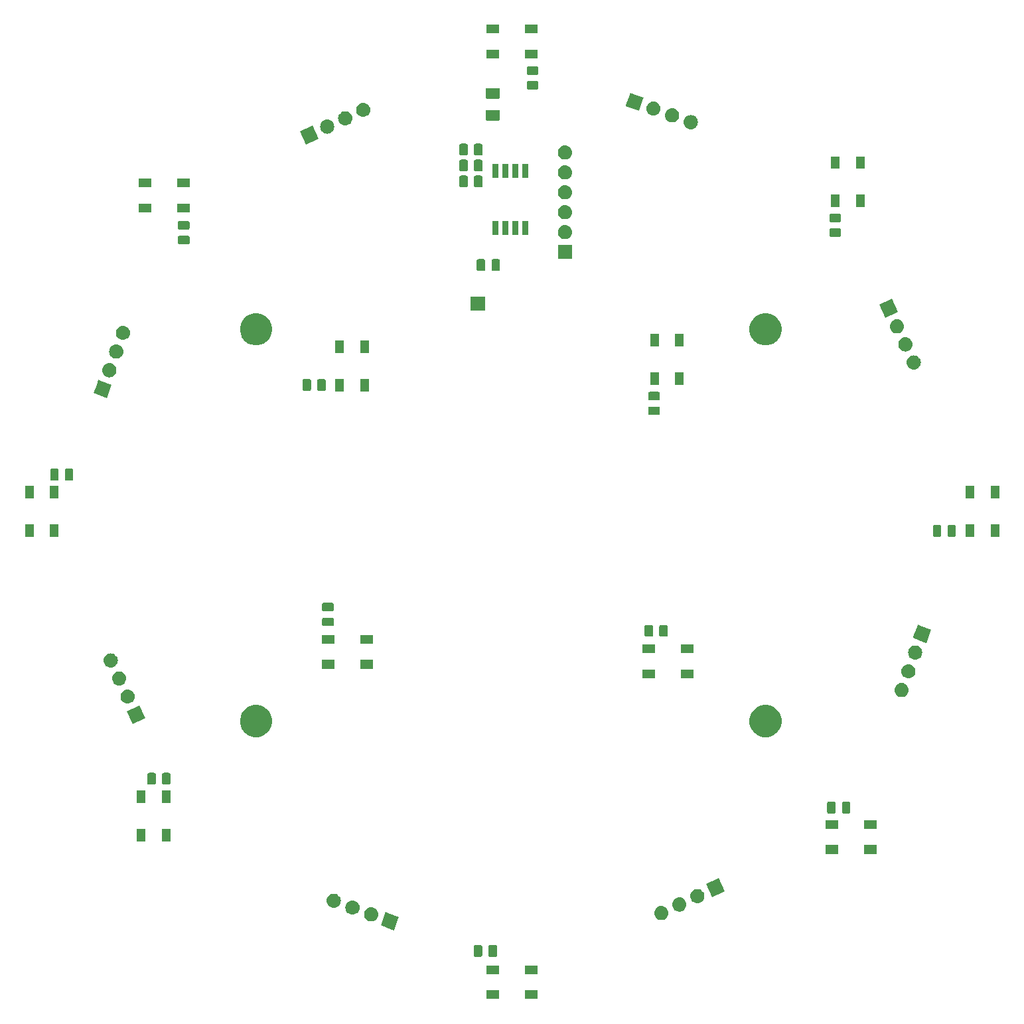
<source format=gbr>
G04 #@! TF.GenerationSoftware,KiCad,Pcbnew,(5.1.2)-2*
G04 #@! TF.CreationDate,2019-09-25T22:48:14-04:00*
G04 #@! TF.ProjectId,LEDWall,4c454457-616c-46c2-9e6b-696361645f70,rev?*
G04 #@! TF.SameCoordinates,Original*
G04 #@! TF.FileFunction,Soldermask,Top*
G04 #@! TF.FilePolarity,Negative*
%FSLAX46Y46*%
G04 Gerber Fmt 4.6, Leading zero omitted, Abs format (unit mm)*
G04 Created by KiCad (PCBNEW (5.1.2)-2) date 2019-09-25 22:48:14*
%MOMM*%
%LPD*%
G04 APERTURE LIST*
%ADD10C,0.150000*%
G04 APERTURE END LIST*
D10*
G36*
X140067000Y-152379500D02*
G01*
X138465000Y-152379500D01*
X138465000Y-151277500D01*
X140067000Y-151277500D01*
X140067000Y-152379500D01*
X140067000Y-152379500D01*
G37*
G36*
X135167000Y-152379500D02*
G01*
X133565000Y-152379500D01*
X133565000Y-151277500D01*
X135167000Y-151277500D01*
X135167000Y-152379500D01*
X135167000Y-152379500D01*
G37*
G36*
X140067000Y-149179500D02*
G01*
X138465000Y-149179500D01*
X138465000Y-148077500D01*
X140067000Y-148077500D01*
X140067000Y-149179500D01*
X140067000Y-149179500D01*
G37*
G36*
X135167000Y-149179500D02*
G01*
X133565000Y-149179500D01*
X133565000Y-148077500D01*
X135167000Y-148077500D01*
X135167000Y-149179500D01*
X135167000Y-149179500D01*
G37*
G36*
X134722968Y-145494065D02*
G01*
X134761638Y-145505796D01*
X134797277Y-145524846D01*
X134828517Y-145550483D01*
X134854154Y-145581723D01*
X134873204Y-145617362D01*
X134884935Y-145656032D01*
X134889500Y-145702388D01*
X134889500Y-146778612D01*
X134884935Y-146824968D01*
X134873204Y-146863638D01*
X134854154Y-146899277D01*
X134828517Y-146930517D01*
X134797277Y-146956154D01*
X134761638Y-146975204D01*
X134722968Y-146986935D01*
X134676612Y-146991500D01*
X134025388Y-146991500D01*
X133979032Y-146986935D01*
X133940362Y-146975204D01*
X133904723Y-146956154D01*
X133873483Y-146930517D01*
X133847846Y-146899277D01*
X133828796Y-146863638D01*
X133817065Y-146824968D01*
X133812500Y-146778612D01*
X133812500Y-145702388D01*
X133817065Y-145656032D01*
X133828796Y-145617362D01*
X133847846Y-145581723D01*
X133873483Y-145550483D01*
X133904723Y-145524846D01*
X133940362Y-145505796D01*
X133979032Y-145494065D01*
X134025388Y-145489500D01*
X134676612Y-145489500D01*
X134722968Y-145494065D01*
X134722968Y-145494065D01*
G37*
G36*
X132847968Y-145494065D02*
G01*
X132886638Y-145505796D01*
X132922277Y-145524846D01*
X132953517Y-145550483D01*
X132979154Y-145581723D01*
X132998204Y-145617362D01*
X133009935Y-145656032D01*
X133014500Y-145702388D01*
X133014500Y-146778612D01*
X133009935Y-146824968D01*
X132998204Y-146863638D01*
X132979154Y-146899277D01*
X132953517Y-146930517D01*
X132922277Y-146956154D01*
X132886638Y-146975204D01*
X132847968Y-146986935D01*
X132801612Y-146991500D01*
X132150388Y-146991500D01*
X132104032Y-146986935D01*
X132065362Y-146975204D01*
X132029723Y-146956154D01*
X131998483Y-146930517D01*
X131972846Y-146899277D01*
X131953796Y-146863638D01*
X131942065Y-146824968D01*
X131937500Y-146778612D01*
X131937500Y-145702388D01*
X131942065Y-145656032D01*
X131953796Y-145617362D01*
X131972846Y-145581723D01*
X131998483Y-145550483D01*
X132029723Y-145524846D01*
X132065362Y-145505796D01*
X132104032Y-145494065D01*
X132150388Y-145489500D01*
X132801612Y-145489500D01*
X132847968Y-145494065D01*
X132847968Y-145494065D01*
G37*
G36*
X120995521Y-141396351D02*
G01*
X122384481Y-141901891D01*
X122384481Y-141901892D01*
X122240545Y-142297351D01*
X121768161Y-143595217D01*
X121768160Y-143595217D01*
X121316303Y-143430754D01*
X120074835Y-142978897D01*
X120691155Y-141285571D01*
X120691156Y-141285571D01*
X120995521Y-141396351D01*
X120995521Y-141396351D01*
G37*
G36*
X118953282Y-140677182D02*
G01*
X119019466Y-140683700D01*
X119189305Y-140735220D01*
X119345830Y-140818885D01*
X119381568Y-140848215D01*
X119483025Y-140931477D01*
X119566287Y-141032934D01*
X119595617Y-141068672D01*
X119679282Y-141225197D01*
X119730802Y-141395036D01*
X119748198Y-141571663D01*
X119730802Y-141748290D01*
X119679282Y-141918129D01*
X119595617Y-142074654D01*
X119566287Y-142110392D01*
X119483025Y-142211849D01*
X119394725Y-142284314D01*
X119345830Y-142324441D01*
X119189305Y-142408106D01*
X119019466Y-142459626D01*
X118953281Y-142466145D01*
X118887099Y-142472663D01*
X118798579Y-142472663D01*
X118732397Y-142466145D01*
X118666212Y-142459626D01*
X118496373Y-142408106D01*
X118339848Y-142324441D01*
X118290953Y-142284314D01*
X118202653Y-142211849D01*
X118119391Y-142110392D01*
X118090061Y-142074654D01*
X118006396Y-141918129D01*
X117954876Y-141748290D01*
X117937480Y-141571663D01*
X117954876Y-141395036D01*
X118006396Y-141225197D01*
X118090061Y-141068672D01*
X118119391Y-141032934D01*
X118202653Y-140931477D01*
X118304110Y-140848215D01*
X118339848Y-140818885D01*
X118496373Y-140735220D01*
X118666212Y-140683700D01*
X118732396Y-140677182D01*
X118798579Y-140670663D01*
X118887099Y-140670663D01*
X118953282Y-140677182D01*
X118953282Y-140677182D01*
G37*
G36*
X155969877Y-140501869D02*
G01*
X156036062Y-140508388D01*
X156205901Y-140559908D01*
X156362426Y-140643573D01*
X156393856Y-140669367D01*
X156499621Y-140756165D01*
X156582883Y-140857622D01*
X156612213Y-140893360D01*
X156695878Y-141049885D01*
X156747398Y-141219724D01*
X156764794Y-141396351D01*
X156747398Y-141572978D01*
X156695878Y-141742817D01*
X156612213Y-141899342D01*
X156596793Y-141918131D01*
X156499621Y-142036537D01*
X156398164Y-142119799D01*
X156362426Y-142149129D01*
X156205901Y-142232794D01*
X156036062Y-142284314D01*
X155969877Y-142290833D01*
X155903695Y-142297351D01*
X155815175Y-142297351D01*
X155748993Y-142290833D01*
X155682808Y-142284314D01*
X155512969Y-142232794D01*
X155356444Y-142149129D01*
X155320706Y-142119799D01*
X155219249Y-142036537D01*
X155122077Y-141918131D01*
X155106657Y-141899342D01*
X155022992Y-141742817D01*
X154971472Y-141572978D01*
X154954076Y-141396351D01*
X154971472Y-141219724D01*
X155022992Y-141049885D01*
X155106657Y-140893360D01*
X155135987Y-140857622D01*
X155219249Y-140756165D01*
X155325014Y-140669367D01*
X155356444Y-140643573D01*
X155512969Y-140559908D01*
X155682808Y-140508388D01*
X155748993Y-140501869D01*
X155815175Y-140495351D01*
X155903695Y-140495351D01*
X155969877Y-140501869D01*
X155969877Y-140501869D01*
G37*
G36*
X116566461Y-139808450D02*
G01*
X116632646Y-139814969D01*
X116802485Y-139866489D01*
X116959010Y-139950154D01*
X116991031Y-139976433D01*
X117096205Y-140062746D01*
X117179467Y-140164203D01*
X117208797Y-140199941D01*
X117292462Y-140356466D01*
X117343982Y-140526305D01*
X117361378Y-140702932D01*
X117343982Y-140879559D01*
X117292462Y-141049398D01*
X117208797Y-141205923D01*
X117192979Y-141225197D01*
X117096205Y-141343118D01*
X117032939Y-141395038D01*
X116959010Y-141455710D01*
X116802485Y-141539375D01*
X116632646Y-141590895D01*
X116566462Y-141597413D01*
X116500279Y-141603932D01*
X116411759Y-141603932D01*
X116345576Y-141597413D01*
X116279392Y-141590895D01*
X116109553Y-141539375D01*
X115953028Y-141455710D01*
X115879099Y-141395038D01*
X115815833Y-141343118D01*
X115719059Y-141225197D01*
X115703241Y-141205923D01*
X115619576Y-141049398D01*
X115568056Y-140879559D01*
X115550660Y-140702932D01*
X115568056Y-140526305D01*
X115619576Y-140356466D01*
X115703241Y-140199941D01*
X115732571Y-140164203D01*
X115815833Y-140062746D01*
X115921007Y-139976433D01*
X115953028Y-139950154D01*
X116109553Y-139866489D01*
X116279392Y-139814969D01*
X116345577Y-139808450D01*
X116411759Y-139801932D01*
X116500279Y-139801932D01*
X116566461Y-139808450D01*
X116566461Y-139808450D01*
G37*
G36*
X158271899Y-139428420D02*
G01*
X158338083Y-139434938D01*
X158507922Y-139486458D01*
X158664447Y-139570123D01*
X158695876Y-139595916D01*
X158801642Y-139682715D01*
X158884904Y-139784172D01*
X158914234Y-139819910D01*
X158997899Y-139976435D01*
X159049419Y-140146274D01*
X159066815Y-140322901D01*
X159049419Y-140499528D01*
X158997899Y-140669367D01*
X158914234Y-140825892D01*
X158884904Y-140861630D01*
X158801642Y-140963087D01*
X158700185Y-141046349D01*
X158664447Y-141075679D01*
X158507922Y-141159344D01*
X158338083Y-141210864D01*
X158271899Y-141217382D01*
X158205716Y-141223901D01*
X158117196Y-141223901D01*
X158051013Y-141217382D01*
X157984829Y-141210864D01*
X157814990Y-141159344D01*
X157658465Y-141075679D01*
X157622727Y-141046349D01*
X157521270Y-140963087D01*
X157438008Y-140861630D01*
X157408678Y-140825892D01*
X157325013Y-140669367D01*
X157273493Y-140499528D01*
X157256097Y-140322901D01*
X157273493Y-140146274D01*
X157325013Y-139976435D01*
X157408678Y-139819910D01*
X157438008Y-139784172D01*
X157521270Y-139682715D01*
X157627036Y-139595916D01*
X157658465Y-139570123D01*
X157814990Y-139486458D01*
X157984829Y-139434938D01*
X158051013Y-139428420D01*
X158117196Y-139421901D01*
X158205716Y-139421901D01*
X158271899Y-139428420D01*
X158271899Y-139428420D01*
G37*
G36*
X114179643Y-138939720D02*
G01*
X114245827Y-138946238D01*
X114415666Y-138997758D01*
X114572191Y-139081423D01*
X114607929Y-139110753D01*
X114709386Y-139194015D01*
X114792648Y-139295472D01*
X114821978Y-139331210D01*
X114905643Y-139487735D01*
X114957163Y-139657574D01*
X114974559Y-139834201D01*
X114957163Y-140010828D01*
X114905643Y-140180667D01*
X114821978Y-140337192D01*
X114806160Y-140356466D01*
X114709386Y-140474387D01*
X114646120Y-140526307D01*
X114572191Y-140586979D01*
X114415666Y-140670644D01*
X114245827Y-140722164D01*
X114179642Y-140728683D01*
X114113460Y-140735201D01*
X114024940Y-140735201D01*
X113958758Y-140728683D01*
X113892573Y-140722164D01*
X113722734Y-140670644D01*
X113566209Y-140586979D01*
X113492280Y-140526307D01*
X113429014Y-140474387D01*
X113332240Y-140356466D01*
X113316422Y-140337192D01*
X113232757Y-140180667D01*
X113181237Y-140010828D01*
X113163841Y-139834201D01*
X113181237Y-139657574D01*
X113232757Y-139487735D01*
X113316422Y-139331210D01*
X113345752Y-139295472D01*
X113429014Y-139194015D01*
X113530471Y-139110753D01*
X113566209Y-139081423D01*
X113722734Y-138997758D01*
X113892573Y-138946238D01*
X113958757Y-138939720D01*
X114024940Y-138933201D01*
X114113460Y-138933201D01*
X114179643Y-138939720D01*
X114179643Y-138939720D01*
G37*
G36*
X160573921Y-138354969D02*
G01*
X160640105Y-138361487D01*
X160809944Y-138413007D01*
X160966469Y-138496672D01*
X161002207Y-138526002D01*
X161103664Y-138609264D01*
X161186926Y-138710721D01*
X161216256Y-138746459D01*
X161299921Y-138902984D01*
X161351441Y-139072823D01*
X161368837Y-139249450D01*
X161351441Y-139426077D01*
X161299921Y-139595916D01*
X161216256Y-139752441D01*
X161186926Y-139788179D01*
X161103664Y-139889636D01*
X161002207Y-139972898D01*
X160966469Y-140002228D01*
X160809944Y-140085893D01*
X160640105Y-140137413D01*
X160573920Y-140143932D01*
X160507738Y-140150450D01*
X160419218Y-140150450D01*
X160353036Y-140143932D01*
X160286851Y-140137413D01*
X160117012Y-140085893D01*
X159960487Y-140002228D01*
X159924749Y-139972898D01*
X159823292Y-139889636D01*
X159740030Y-139788179D01*
X159710700Y-139752441D01*
X159627035Y-139595916D01*
X159575515Y-139426077D01*
X159558119Y-139249450D01*
X159575515Y-139072823D01*
X159627035Y-138902984D01*
X159710700Y-138746459D01*
X159740030Y-138710721D01*
X159823292Y-138609264D01*
X159924749Y-138526002D01*
X159960487Y-138496672D01*
X160117012Y-138413007D01*
X160286851Y-138361487D01*
X160353035Y-138354969D01*
X160419218Y-138348450D01*
X160507738Y-138348450D01*
X160573921Y-138354969D01*
X160573921Y-138354969D01*
G37*
G36*
X163962862Y-138611804D02*
G01*
X162329696Y-139373362D01*
X161568138Y-137740196D01*
X163201304Y-136978638D01*
X163962862Y-138611804D01*
X163962862Y-138611804D01*
G37*
G36*
X183337000Y-133850000D02*
G01*
X181735000Y-133850000D01*
X181735000Y-132748000D01*
X183337000Y-132748000D01*
X183337000Y-133850000D01*
X183337000Y-133850000D01*
G37*
G36*
X178437000Y-133850000D02*
G01*
X176835000Y-133850000D01*
X176835000Y-132748000D01*
X178437000Y-132748000D01*
X178437000Y-133850000D01*
X178437000Y-133850000D01*
G37*
G36*
X90073500Y-132283000D02*
G01*
X88971500Y-132283000D01*
X88971500Y-130681000D01*
X90073500Y-130681000D01*
X90073500Y-132283000D01*
X90073500Y-132283000D01*
G37*
G36*
X93273500Y-132283000D02*
G01*
X92171500Y-132283000D01*
X92171500Y-130681000D01*
X93273500Y-130681000D01*
X93273500Y-132283000D01*
X93273500Y-132283000D01*
G37*
G36*
X183337000Y-130650000D02*
G01*
X181735000Y-130650000D01*
X181735000Y-129548000D01*
X183337000Y-129548000D01*
X183337000Y-130650000D01*
X183337000Y-130650000D01*
G37*
G36*
X178437000Y-130650000D02*
G01*
X176835000Y-130650000D01*
X176835000Y-129548000D01*
X178437000Y-129548000D01*
X178437000Y-130650000D01*
X178437000Y-130650000D01*
G37*
G36*
X177932968Y-127206065D02*
G01*
X177971638Y-127217796D01*
X178007277Y-127236846D01*
X178038517Y-127262483D01*
X178064154Y-127293723D01*
X178083204Y-127329362D01*
X178094935Y-127368032D01*
X178099500Y-127414388D01*
X178099500Y-128490612D01*
X178094935Y-128536968D01*
X178083204Y-128575638D01*
X178064154Y-128611277D01*
X178038517Y-128642517D01*
X178007277Y-128668154D01*
X177971638Y-128687204D01*
X177932968Y-128698935D01*
X177886612Y-128703500D01*
X177235388Y-128703500D01*
X177189032Y-128698935D01*
X177150362Y-128687204D01*
X177114723Y-128668154D01*
X177083483Y-128642517D01*
X177057846Y-128611277D01*
X177038796Y-128575638D01*
X177027065Y-128536968D01*
X177022500Y-128490612D01*
X177022500Y-127414388D01*
X177027065Y-127368032D01*
X177038796Y-127329362D01*
X177057846Y-127293723D01*
X177083483Y-127262483D01*
X177114723Y-127236846D01*
X177150362Y-127217796D01*
X177189032Y-127206065D01*
X177235388Y-127201500D01*
X177886612Y-127201500D01*
X177932968Y-127206065D01*
X177932968Y-127206065D01*
G37*
G36*
X179807968Y-127206065D02*
G01*
X179846638Y-127217796D01*
X179882277Y-127236846D01*
X179913517Y-127262483D01*
X179939154Y-127293723D01*
X179958204Y-127329362D01*
X179969935Y-127368032D01*
X179974500Y-127414388D01*
X179974500Y-128490612D01*
X179969935Y-128536968D01*
X179958204Y-128575638D01*
X179939154Y-128611277D01*
X179913517Y-128642517D01*
X179882277Y-128668154D01*
X179846638Y-128687204D01*
X179807968Y-128698935D01*
X179761612Y-128703500D01*
X179110388Y-128703500D01*
X179064032Y-128698935D01*
X179025362Y-128687204D01*
X178989723Y-128668154D01*
X178958483Y-128642517D01*
X178932846Y-128611277D01*
X178913796Y-128575638D01*
X178902065Y-128536968D01*
X178897500Y-128490612D01*
X178897500Y-127414388D01*
X178902065Y-127368032D01*
X178913796Y-127329362D01*
X178932846Y-127293723D01*
X178958483Y-127262483D01*
X178989723Y-127236846D01*
X179025362Y-127217796D01*
X179064032Y-127206065D01*
X179110388Y-127201500D01*
X179761612Y-127201500D01*
X179807968Y-127206065D01*
X179807968Y-127206065D01*
G37*
G36*
X90073500Y-127383000D02*
G01*
X88971500Y-127383000D01*
X88971500Y-125781000D01*
X90073500Y-125781000D01*
X90073500Y-127383000D01*
X90073500Y-127383000D01*
G37*
G36*
X93273500Y-127383000D02*
G01*
X92171500Y-127383000D01*
X92171500Y-125781000D01*
X93273500Y-125781000D01*
X93273500Y-127383000D01*
X93273500Y-127383000D01*
G37*
G36*
X91206968Y-123523065D02*
G01*
X91245638Y-123534796D01*
X91281277Y-123553846D01*
X91312517Y-123579483D01*
X91338154Y-123610723D01*
X91357204Y-123646362D01*
X91368935Y-123685032D01*
X91373500Y-123731388D01*
X91373500Y-124807612D01*
X91368935Y-124853968D01*
X91357204Y-124892638D01*
X91338154Y-124928277D01*
X91312517Y-124959517D01*
X91281277Y-124985154D01*
X91245638Y-125004204D01*
X91206968Y-125015935D01*
X91160612Y-125020500D01*
X90509388Y-125020500D01*
X90463032Y-125015935D01*
X90424362Y-125004204D01*
X90388723Y-124985154D01*
X90357483Y-124959517D01*
X90331846Y-124928277D01*
X90312796Y-124892638D01*
X90301065Y-124853968D01*
X90296500Y-124807612D01*
X90296500Y-123731388D01*
X90301065Y-123685032D01*
X90312796Y-123646362D01*
X90331846Y-123610723D01*
X90357483Y-123579483D01*
X90388723Y-123553846D01*
X90424362Y-123534796D01*
X90463032Y-123523065D01*
X90509388Y-123518500D01*
X91160612Y-123518500D01*
X91206968Y-123523065D01*
X91206968Y-123523065D01*
G37*
G36*
X93081968Y-123523065D02*
G01*
X93120638Y-123534796D01*
X93156277Y-123553846D01*
X93187517Y-123579483D01*
X93213154Y-123610723D01*
X93232204Y-123646362D01*
X93243935Y-123685032D01*
X93248500Y-123731388D01*
X93248500Y-124807612D01*
X93243935Y-124853968D01*
X93232204Y-124892638D01*
X93213154Y-124928277D01*
X93187517Y-124959517D01*
X93156277Y-124985154D01*
X93120638Y-125004204D01*
X93081968Y-125015935D01*
X93035612Y-125020500D01*
X92384388Y-125020500D01*
X92338032Y-125015935D01*
X92299362Y-125004204D01*
X92263723Y-124985154D01*
X92232483Y-124959517D01*
X92206846Y-124928277D01*
X92187796Y-124892638D01*
X92176065Y-124853968D01*
X92171500Y-124807612D01*
X92171500Y-123731388D01*
X92176065Y-123685032D01*
X92187796Y-123646362D01*
X92206846Y-123610723D01*
X92232483Y-123579483D01*
X92263723Y-123553846D01*
X92299362Y-123534796D01*
X92338032Y-123523065D01*
X92384388Y-123518500D01*
X93035612Y-123518500D01*
X93081968Y-123523065D01*
X93081968Y-123523065D01*
G37*
G36*
X169762254Y-114956818D02*
G01*
X170135511Y-115111426D01*
X170135513Y-115111427D01*
X170471436Y-115335884D01*
X170757116Y-115621564D01*
X170981574Y-115957489D01*
X171136182Y-116330746D01*
X171215000Y-116726993D01*
X171215000Y-117131007D01*
X171136182Y-117527254D01*
X170981574Y-117900511D01*
X170981573Y-117900513D01*
X170757116Y-118236436D01*
X170471436Y-118522116D01*
X170135513Y-118746573D01*
X170135512Y-118746574D01*
X170135511Y-118746574D01*
X169762254Y-118901182D01*
X169366007Y-118980000D01*
X168961993Y-118980000D01*
X168565746Y-118901182D01*
X168192489Y-118746574D01*
X168192488Y-118746574D01*
X168192487Y-118746573D01*
X167856564Y-118522116D01*
X167570884Y-118236436D01*
X167346427Y-117900513D01*
X167346426Y-117900511D01*
X167191818Y-117527254D01*
X167113000Y-117131007D01*
X167113000Y-116726993D01*
X167191818Y-116330746D01*
X167346426Y-115957489D01*
X167570884Y-115621564D01*
X167856564Y-115335884D01*
X168192487Y-115111427D01*
X168192489Y-115111426D01*
X168565746Y-114956818D01*
X168961993Y-114878000D01*
X169366007Y-114878000D01*
X169762254Y-114956818D01*
X169762254Y-114956818D01*
G37*
G36*
X104762254Y-114956818D02*
G01*
X105135511Y-115111426D01*
X105135513Y-115111427D01*
X105471436Y-115335884D01*
X105757116Y-115621564D01*
X105981574Y-115957489D01*
X106136182Y-116330746D01*
X106215000Y-116726993D01*
X106215000Y-117131007D01*
X106136182Y-117527254D01*
X105981574Y-117900511D01*
X105981573Y-117900513D01*
X105757116Y-118236436D01*
X105471436Y-118522116D01*
X105135513Y-118746573D01*
X105135512Y-118746574D01*
X105135511Y-118746574D01*
X104762254Y-118901182D01*
X104366007Y-118980000D01*
X103961993Y-118980000D01*
X103565746Y-118901182D01*
X103192489Y-118746574D01*
X103192488Y-118746574D01*
X103192487Y-118746573D01*
X102856564Y-118522116D01*
X102570884Y-118236436D01*
X102346427Y-117900513D01*
X102346426Y-117900511D01*
X102191818Y-117527254D01*
X102113000Y-117131007D01*
X102113000Y-116726993D01*
X102191818Y-116330746D01*
X102346426Y-115957489D01*
X102570884Y-115621564D01*
X102856564Y-115335884D01*
X103192487Y-115111427D01*
X103192489Y-115111426D01*
X103565746Y-114956818D01*
X103961993Y-114878000D01*
X104366007Y-114878000D01*
X104762254Y-114956818D01*
X104762254Y-114956818D01*
G37*
G36*
X90041362Y-116521304D02*
G01*
X88408196Y-117282862D01*
X87646638Y-115649696D01*
X89279804Y-114888138D01*
X90041362Y-116521304D01*
X90041362Y-116521304D01*
G37*
G36*
X87880993Y-112888997D02*
G01*
X87947177Y-112895515D01*
X88117016Y-112947035D01*
X88273541Y-113030700D01*
X88309279Y-113060030D01*
X88410736Y-113143292D01*
X88493998Y-113244749D01*
X88523328Y-113280487D01*
X88606993Y-113437012D01*
X88658513Y-113606851D01*
X88675909Y-113783478D01*
X88658513Y-113960105D01*
X88606993Y-114129944D01*
X88523328Y-114286469D01*
X88493998Y-114322207D01*
X88410736Y-114423664D01*
X88309279Y-114506926D01*
X88273541Y-114536256D01*
X88117016Y-114619921D01*
X87947177Y-114671441D01*
X87880993Y-114677959D01*
X87814810Y-114684478D01*
X87726290Y-114684478D01*
X87660107Y-114677959D01*
X87593923Y-114671441D01*
X87424084Y-114619921D01*
X87267559Y-114536256D01*
X87231821Y-114506926D01*
X87130364Y-114423664D01*
X87047102Y-114322207D01*
X87017772Y-114286469D01*
X86934107Y-114129944D01*
X86882587Y-113960105D01*
X86865191Y-113783478D01*
X86882587Y-113606851D01*
X86934107Y-113437012D01*
X87017772Y-113280487D01*
X87047102Y-113244749D01*
X87130364Y-113143292D01*
X87231821Y-113060030D01*
X87267559Y-113030700D01*
X87424084Y-112947035D01*
X87593923Y-112895515D01*
X87660107Y-112888997D01*
X87726290Y-112882478D01*
X87814810Y-112882478D01*
X87880993Y-112888997D01*
X87880993Y-112888997D01*
G37*
G36*
X186624643Y-112056318D02*
G01*
X186690828Y-112062837D01*
X186860667Y-112114357D01*
X187017192Y-112198022D01*
X187052930Y-112227352D01*
X187154387Y-112310614D01*
X187202646Y-112369419D01*
X187266979Y-112447809D01*
X187350644Y-112604334D01*
X187402164Y-112774173D01*
X187419560Y-112950800D01*
X187402164Y-113127427D01*
X187350644Y-113297266D01*
X187266979Y-113453791D01*
X187237649Y-113489529D01*
X187154387Y-113590986D01*
X187052930Y-113674248D01*
X187017192Y-113703578D01*
X186860667Y-113787243D01*
X186690828Y-113838763D01*
X186624643Y-113845282D01*
X186558461Y-113851800D01*
X186469941Y-113851800D01*
X186403759Y-113845282D01*
X186337574Y-113838763D01*
X186167735Y-113787243D01*
X186011210Y-113703578D01*
X185975472Y-113674248D01*
X185874015Y-113590986D01*
X185790753Y-113489529D01*
X185761423Y-113453791D01*
X185677758Y-113297266D01*
X185626238Y-113127427D01*
X185608842Y-112950800D01*
X185626238Y-112774173D01*
X185677758Y-112604334D01*
X185761423Y-112447809D01*
X185825756Y-112369419D01*
X185874015Y-112310614D01*
X185975472Y-112227352D01*
X186011210Y-112198022D01*
X186167735Y-112114357D01*
X186337574Y-112062837D01*
X186403759Y-112056318D01*
X186469941Y-112049800D01*
X186558461Y-112049800D01*
X186624643Y-112056318D01*
X186624643Y-112056318D01*
G37*
G36*
X86807541Y-110586974D02*
G01*
X86873726Y-110593493D01*
X87043565Y-110645013D01*
X87200090Y-110728678D01*
X87235828Y-110758008D01*
X87337285Y-110841270D01*
X87420547Y-110942727D01*
X87449877Y-110978465D01*
X87533542Y-111134990D01*
X87585062Y-111304829D01*
X87602458Y-111481456D01*
X87585062Y-111658083D01*
X87533542Y-111827922D01*
X87449877Y-111984447D01*
X87420547Y-112020185D01*
X87337285Y-112121642D01*
X87244214Y-112198022D01*
X87200090Y-112234234D01*
X87043565Y-112317899D01*
X86873726Y-112369419D01*
X86807541Y-112375938D01*
X86741359Y-112382456D01*
X86652839Y-112382456D01*
X86586657Y-112375938D01*
X86520472Y-112369419D01*
X86350633Y-112317899D01*
X86194108Y-112234234D01*
X86149984Y-112198022D01*
X86056913Y-112121642D01*
X85973651Y-112020185D01*
X85944321Y-111984447D01*
X85860656Y-111827922D01*
X85809136Y-111658083D01*
X85791740Y-111481456D01*
X85809136Y-111304829D01*
X85860656Y-111134990D01*
X85944321Y-110978465D01*
X85973651Y-110942727D01*
X86056913Y-110841270D01*
X86158370Y-110758008D01*
X86194108Y-110728678D01*
X86350633Y-110645013D01*
X86520472Y-110593493D01*
X86586657Y-110586974D01*
X86652839Y-110580456D01*
X86741359Y-110580456D01*
X86807541Y-110586974D01*
X86807541Y-110586974D01*
G37*
G36*
X187493374Y-109669499D02*
G01*
X187559559Y-109676018D01*
X187729398Y-109727538D01*
X187885923Y-109811203D01*
X187896179Y-109819620D01*
X188023118Y-109923795D01*
X188098687Y-110015878D01*
X188135710Y-110060990D01*
X188219375Y-110217515D01*
X188270895Y-110387354D01*
X188288291Y-110563981D01*
X188270895Y-110740608D01*
X188219375Y-110910447D01*
X188135710Y-111066972D01*
X188106380Y-111102710D01*
X188023118Y-111204167D01*
X187921661Y-111287429D01*
X187885923Y-111316759D01*
X187729398Y-111400424D01*
X187559559Y-111451944D01*
X187493375Y-111458462D01*
X187427192Y-111464981D01*
X187338672Y-111464981D01*
X187272489Y-111458462D01*
X187206305Y-111451944D01*
X187036466Y-111400424D01*
X186879941Y-111316759D01*
X186844203Y-111287429D01*
X186742746Y-111204167D01*
X186659484Y-111102710D01*
X186630154Y-111066972D01*
X186546489Y-110910447D01*
X186494969Y-110740608D01*
X186477573Y-110563981D01*
X186494969Y-110387354D01*
X186546489Y-110217515D01*
X186630154Y-110060990D01*
X186667177Y-110015878D01*
X186742746Y-109923795D01*
X186869685Y-109819620D01*
X186879941Y-109811203D01*
X187036466Y-109727538D01*
X187206305Y-109676018D01*
X187272490Y-109669499D01*
X187338672Y-109662981D01*
X187427192Y-109662981D01*
X187493374Y-109669499D01*
X187493374Y-109669499D01*
G37*
G36*
X159969000Y-111434500D02*
G01*
X158367000Y-111434500D01*
X158367000Y-110332500D01*
X159969000Y-110332500D01*
X159969000Y-111434500D01*
X159969000Y-111434500D01*
G37*
G36*
X155069000Y-111434500D02*
G01*
X153467000Y-111434500D01*
X153467000Y-110332500D01*
X155069000Y-110332500D01*
X155069000Y-111434500D01*
X155069000Y-111434500D01*
G37*
G36*
X119075000Y-110228000D02*
G01*
X117473000Y-110228000D01*
X117473000Y-109126000D01*
X119075000Y-109126000D01*
X119075000Y-110228000D01*
X119075000Y-110228000D01*
G37*
G36*
X114175000Y-110228000D02*
G01*
X112573000Y-110228000D01*
X112573000Y-109126000D01*
X114175000Y-109126000D01*
X114175000Y-110228000D01*
X114175000Y-110228000D01*
G37*
G36*
X85734091Y-108284953D02*
G01*
X85800276Y-108291472D01*
X85970115Y-108342992D01*
X86126640Y-108426657D01*
X86162378Y-108455987D01*
X86263835Y-108539249D01*
X86347097Y-108640706D01*
X86376427Y-108676444D01*
X86460092Y-108832969D01*
X86511612Y-109002808D01*
X86529008Y-109179435D01*
X86511612Y-109356062D01*
X86460092Y-109525901D01*
X86376427Y-109682426D01*
X86347097Y-109718164D01*
X86263835Y-109819621D01*
X86162378Y-109902883D01*
X86126640Y-109932213D01*
X85970115Y-110015878D01*
X85800276Y-110067398D01*
X85734091Y-110073917D01*
X85667909Y-110080435D01*
X85579389Y-110080435D01*
X85513207Y-110073917D01*
X85447022Y-110067398D01*
X85277183Y-110015878D01*
X85120658Y-109932213D01*
X85084920Y-109902883D01*
X84983463Y-109819621D01*
X84900201Y-109718164D01*
X84870871Y-109682426D01*
X84787206Y-109525901D01*
X84735686Y-109356062D01*
X84718290Y-109179435D01*
X84735686Y-109002808D01*
X84787206Y-108832969D01*
X84870871Y-108676444D01*
X84900201Y-108640706D01*
X84983463Y-108539249D01*
X85084920Y-108455987D01*
X85120658Y-108426657D01*
X85277183Y-108342992D01*
X85447022Y-108291472D01*
X85513207Y-108284953D01*
X85579389Y-108278435D01*
X85667909Y-108278435D01*
X85734091Y-108284953D01*
X85734091Y-108284953D01*
G37*
G36*
X188362106Y-107282680D02*
G01*
X188428290Y-107289198D01*
X188598129Y-107340718D01*
X188754654Y-107424383D01*
X188790392Y-107453713D01*
X188891849Y-107536975D01*
X188975111Y-107638432D01*
X189004441Y-107674170D01*
X189088106Y-107830695D01*
X189139626Y-108000534D01*
X189157022Y-108177161D01*
X189139626Y-108353788D01*
X189088106Y-108523627D01*
X189004441Y-108680152D01*
X188975111Y-108715890D01*
X188891849Y-108817347D01*
X188790392Y-108900609D01*
X188754654Y-108929939D01*
X188598129Y-109013604D01*
X188428290Y-109065124D01*
X188362105Y-109071643D01*
X188295923Y-109078161D01*
X188207403Y-109078161D01*
X188141221Y-109071643D01*
X188075036Y-109065124D01*
X187905197Y-109013604D01*
X187748672Y-108929939D01*
X187712934Y-108900609D01*
X187611477Y-108817347D01*
X187528215Y-108715890D01*
X187498885Y-108680152D01*
X187415220Y-108523627D01*
X187363700Y-108353788D01*
X187346304Y-108177161D01*
X187363700Y-108000534D01*
X187415220Y-107830695D01*
X187498885Y-107674170D01*
X187528215Y-107638432D01*
X187611477Y-107536975D01*
X187712934Y-107453713D01*
X187748672Y-107424383D01*
X187905197Y-107340718D01*
X188075036Y-107289198D01*
X188141220Y-107282680D01*
X188207403Y-107276161D01*
X188295923Y-107276161D01*
X188362106Y-107282680D01*
X188362106Y-107282680D01*
G37*
G36*
X159969000Y-108234500D02*
G01*
X158367000Y-108234500D01*
X158367000Y-107132500D01*
X159969000Y-107132500D01*
X159969000Y-108234500D01*
X159969000Y-108234500D01*
G37*
G36*
X155069000Y-108234500D02*
G01*
X153467000Y-108234500D01*
X153467000Y-107132500D01*
X155069000Y-107132500D01*
X155069000Y-108234500D01*
X155069000Y-108234500D01*
G37*
G36*
X114175000Y-107028000D02*
G01*
X112573000Y-107028000D01*
X112573000Y-105926000D01*
X114175000Y-105926000D01*
X114175000Y-107028000D01*
X114175000Y-107028000D01*
G37*
G36*
X119075000Y-107028000D02*
G01*
X117473000Y-107028000D01*
X117473000Y-105926000D01*
X119075000Y-105926000D01*
X119075000Y-107028000D01*
X119075000Y-107028000D01*
G37*
G36*
X188962925Y-104774204D02*
G01*
X190275217Y-105251839D01*
X189658897Y-106945165D01*
X189658896Y-106945165D01*
X189207039Y-106780702D01*
X187965571Y-106328845D01*
X188026662Y-106161000D01*
X188475346Y-104928250D01*
X188581891Y-104635519D01*
X188581892Y-104635519D01*
X188962925Y-104774204D01*
X188962925Y-104774204D01*
G37*
G36*
X156518468Y-104663565D02*
G01*
X156557138Y-104675296D01*
X156592777Y-104694346D01*
X156624017Y-104719983D01*
X156649654Y-104751223D01*
X156668704Y-104786862D01*
X156680435Y-104825532D01*
X156685000Y-104871888D01*
X156685000Y-105948112D01*
X156680435Y-105994468D01*
X156668704Y-106033138D01*
X156649654Y-106068777D01*
X156624017Y-106100017D01*
X156592777Y-106125654D01*
X156557138Y-106144704D01*
X156518468Y-106156435D01*
X156472112Y-106161000D01*
X155820888Y-106161000D01*
X155774532Y-106156435D01*
X155735862Y-106144704D01*
X155700223Y-106125654D01*
X155668983Y-106100017D01*
X155643346Y-106068777D01*
X155624296Y-106033138D01*
X155612565Y-105994468D01*
X155608000Y-105948112D01*
X155608000Y-104871888D01*
X155612565Y-104825532D01*
X155624296Y-104786862D01*
X155643346Y-104751223D01*
X155668983Y-104719983D01*
X155700223Y-104694346D01*
X155735862Y-104675296D01*
X155774532Y-104663565D01*
X155820888Y-104659000D01*
X156472112Y-104659000D01*
X156518468Y-104663565D01*
X156518468Y-104663565D01*
G37*
G36*
X154643468Y-104663565D02*
G01*
X154682138Y-104675296D01*
X154717777Y-104694346D01*
X154749017Y-104719983D01*
X154774654Y-104751223D01*
X154793704Y-104786862D01*
X154805435Y-104825532D01*
X154810000Y-104871888D01*
X154810000Y-105948112D01*
X154805435Y-105994468D01*
X154793704Y-106033138D01*
X154774654Y-106068777D01*
X154749017Y-106100017D01*
X154717777Y-106125654D01*
X154682138Y-106144704D01*
X154643468Y-106156435D01*
X154597112Y-106161000D01*
X153945888Y-106161000D01*
X153899532Y-106156435D01*
X153860862Y-106144704D01*
X153825223Y-106125654D01*
X153793983Y-106100017D01*
X153768346Y-106068777D01*
X153749296Y-106033138D01*
X153737565Y-105994468D01*
X153733000Y-105948112D01*
X153733000Y-104871888D01*
X153737565Y-104825532D01*
X153749296Y-104786862D01*
X153768346Y-104751223D01*
X153793983Y-104719983D01*
X153825223Y-104694346D01*
X153860862Y-104675296D01*
X153899532Y-104663565D01*
X153945888Y-104659000D01*
X154597112Y-104659000D01*
X154643468Y-104663565D01*
X154643468Y-104663565D01*
G37*
G36*
X113931968Y-103718065D02*
G01*
X113970638Y-103729796D01*
X114006277Y-103748846D01*
X114037517Y-103774483D01*
X114063154Y-103805723D01*
X114082204Y-103841362D01*
X114093935Y-103880032D01*
X114098500Y-103926388D01*
X114098500Y-104577612D01*
X114093935Y-104623968D01*
X114082204Y-104662638D01*
X114063154Y-104698277D01*
X114037517Y-104729517D01*
X114006277Y-104755154D01*
X113970638Y-104774204D01*
X113931968Y-104785935D01*
X113885612Y-104790500D01*
X112809388Y-104790500D01*
X112763032Y-104785935D01*
X112724362Y-104774204D01*
X112688723Y-104755154D01*
X112657483Y-104729517D01*
X112631846Y-104698277D01*
X112612796Y-104662638D01*
X112601065Y-104623968D01*
X112596500Y-104577612D01*
X112596500Y-103926388D01*
X112601065Y-103880032D01*
X112612796Y-103841362D01*
X112631846Y-103805723D01*
X112657483Y-103774483D01*
X112688723Y-103748846D01*
X112724362Y-103729796D01*
X112763032Y-103718065D01*
X112809388Y-103713500D01*
X113885612Y-103713500D01*
X113931968Y-103718065D01*
X113931968Y-103718065D01*
G37*
G36*
X113931968Y-101843065D02*
G01*
X113970638Y-101854796D01*
X114006277Y-101873846D01*
X114037517Y-101899483D01*
X114063154Y-101930723D01*
X114082204Y-101966362D01*
X114093935Y-102005032D01*
X114098500Y-102051388D01*
X114098500Y-102702612D01*
X114093935Y-102748968D01*
X114082204Y-102787638D01*
X114063154Y-102823277D01*
X114037517Y-102854517D01*
X114006277Y-102880154D01*
X113970638Y-102899204D01*
X113931968Y-102910935D01*
X113885612Y-102915500D01*
X112809388Y-102915500D01*
X112763032Y-102910935D01*
X112724362Y-102899204D01*
X112688723Y-102880154D01*
X112657483Y-102854517D01*
X112631846Y-102823277D01*
X112612796Y-102787638D01*
X112601065Y-102748968D01*
X112596500Y-102702612D01*
X112596500Y-102051388D01*
X112601065Y-102005032D01*
X112612796Y-101966362D01*
X112631846Y-101930723D01*
X112657483Y-101899483D01*
X112688723Y-101873846D01*
X112724362Y-101854796D01*
X112763032Y-101843065D01*
X112809388Y-101838500D01*
X113885612Y-101838500D01*
X113931968Y-101843065D01*
X113931968Y-101843065D01*
G37*
G36*
X78986000Y-93421000D02*
G01*
X77884000Y-93421000D01*
X77884000Y-91819000D01*
X78986000Y-91819000D01*
X78986000Y-93421000D01*
X78986000Y-93421000D01*
G37*
G36*
X195801000Y-93421000D02*
G01*
X194699000Y-93421000D01*
X194699000Y-91819000D01*
X195801000Y-91819000D01*
X195801000Y-93421000D01*
X195801000Y-93421000D01*
G37*
G36*
X75786000Y-93421000D02*
G01*
X74684000Y-93421000D01*
X74684000Y-91819000D01*
X75786000Y-91819000D01*
X75786000Y-93421000D01*
X75786000Y-93421000D01*
G37*
G36*
X199001000Y-93421000D02*
G01*
X197899000Y-93421000D01*
X197899000Y-91819000D01*
X199001000Y-91819000D01*
X199001000Y-93421000D01*
X199001000Y-93421000D01*
G37*
G36*
X193284968Y-91900065D02*
G01*
X193323638Y-91911796D01*
X193359277Y-91930846D01*
X193390517Y-91956483D01*
X193416154Y-91987723D01*
X193435204Y-92023362D01*
X193446935Y-92062032D01*
X193451500Y-92108388D01*
X193451500Y-93184612D01*
X193446935Y-93230968D01*
X193435204Y-93269638D01*
X193416154Y-93305277D01*
X193390517Y-93336517D01*
X193359277Y-93362154D01*
X193323638Y-93381204D01*
X193284968Y-93392935D01*
X193238612Y-93397500D01*
X192587388Y-93397500D01*
X192541032Y-93392935D01*
X192502362Y-93381204D01*
X192466723Y-93362154D01*
X192435483Y-93336517D01*
X192409846Y-93305277D01*
X192390796Y-93269638D01*
X192379065Y-93230968D01*
X192374500Y-93184612D01*
X192374500Y-92108388D01*
X192379065Y-92062032D01*
X192390796Y-92023362D01*
X192409846Y-91987723D01*
X192435483Y-91956483D01*
X192466723Y-91930846D01*
X192502362Y-91911796D01*
X192541032Y-91900065D01*
X192587388Y-91895500D01*
X193238612Y-91895500D01*
X193284968Y-91900065D01*
X193284968Y-91900065D01*
G37*
G36*
X191409968Y-91900065D02*
G01*
X191448638Y-91911796D01*
X191484277Y-91930846D01*
X191515517Y-91956483D01*
X191541154Y-91987723D01*
X191560204Y-92023362D01*
X191571935Y-92062032D01*
X191576500Y-92108388D01*
X191576500Y-93184612D01*
X191571935Y-93230968D01*
X191560204Y-93269638D01*
X191541154Y-93305277D01*
X191515517Y-93336517D01*
X191484277Y-93362154D01*
X191448638Y-93381204D01*
X191409968Y-93392935D01*
X191363612Y-93397500D01*
X190712388Y-93397500D01*
X190666032Y-93392935D01*
X190627362Y-93381204D01*
X190591723Y-93362154D01*
X190560483Y-93336517D01*
X190534846Y-93305277D01*
X190515796Y-93269638D01*
X190504065Y-93230968D01*
X190499500Y-93184612D01*
X190499500Y-92108388D01*
X190504065Y-92062032D01*
X190515796Y-92023362D01*
X190534846Y-91987723D01*
X190560483Y-91956483D01*
X190591723Y-91930846D01*
X190627362Y-91911796D01*
X190666032Y-91900065D01*
X190712388Y-91895500D01*
X191363612Y-91895500D01*
X191409968Y-91900065D01*
X191409968Y-91900065D01*
G37*
G36*
X78986000Y-88521000D02*
G01*
X77884000Y-88521000D01*
X77884000Y-86919000D01*
X78986000Y-86919000D01*
X78986000Y-88521000D01*
X78986000Y-88521000D01*
G37*
G36*
X195801000Y-88521000D02*
G01*
X194699000Y-88521000D01*
X194699000Y-86919000D01*
X195801000Y-86919000D01*
X195801000Y-88521000D01*
X195801000Y-88521000D01*
G37*
G36*
X75786000Y-88521000D02*
G01*
X74684000Y-88521000D01*
X74684000Y-86919000D01*
X75786000Y-86919000D01*
X75786000Y-88521000D01*
X75786000Y-88521000D01*
G37*
G36*
X199001000Y-88521000D02*
G01*
X197899000Y-88521000D01*
X197899000Y-86919000D01*
X199001000Y-86919000D01*
X199001000Y-88521000D01*
X199001000Y-88521000D01*
G37*
G36*
X80684468Y-84724565D02*
G01*
X80723138Y-84736296D01*
X80758777Y-84755346D01*
X80790017Y-84780983D01*
X80815654Y-84812223D01*
X80834704Y-84847862D01*
X80846435Y-84886532D01*
X80851000Y-84932888D01*
X80851000Y-86009112D01*
X80846435Y-86055468D01*
X80834704Y-86094138D01*
X80815654Y-86129777D01*
X80790017Y-86161017D01*
X80758777Y-86186654D01*
X80723138Y-86205704D01*
X80684468Y-86217435D01*
X80638112Y-86222000D01*
X79986888Y-86222000D01*
X79940532Y-86217435D01*
X79901862Y-86205704D01*
X79866223Y-86186654D01*
X79834983Y-86161017D01*
X79809346Y-86129777D01*
X79790296Y-86094138D01*
X79778565Y-86055468D01*
X79774000Y-86009112D01*
X79774000Y-84932888D01*
X79778565Y-84886532D01*
X79790296Y-84847862D01*
X79809346Y-84812223D01*
X79834983Y-84780983D01*
X79866223Y-84755346D01*
X79901862Y-84736296D01*
X79940532Y-84724565D01*
X79986888Y-84720000D01*
X80638112Y-84720000D01*
X80684468Y-84724565D01*
X80684468Y-84724565D01*
G37*
G36*
X78809468Y-84724565D02*
G01*
X78848138Y-84736296D01*
X78883777Y-84755346D01*
X78915017Y-84780983D01*
X78940654Y-84812223D01*
X78959704Y-84847862D01*
X78971435Y-84886532D01*
X78976000Y-84932888D01*
X78976000Y-86009112D01*
X78971435Y-86055468D01*
X78959704Y-86094138D01*
X78940654Y-86129777D01*
X78915017Y-86161017D01*
X78883777Y-86186654D01*
X78848138Y-86205704D01*
X78809468Y-86217435D01*
X78763112Y-86222000D01*
X78111888Y-86222000D01*
X78065532Y-86217435D01*
X78026862Y-86205704D01*
X77991223Y-86186654D01*
X77959983Y-86161017D01*
X77934346Y-86129777D01*
X77915296Y-86094138D01*
X77903565Y-86055468D01*
X77899000Y-86009112D01*
X77899000Y-84932888D01*
X77903565Y-84886532D01*
X77915296Y-84847862D01*
X77934346Y-84812223D01*
X77959983Y-84780983D01*
X77991223Y-84755346D01*
X78026862Y-84736296D01*
X78065532Y-84724565D01*
X78111888Y-84720000D01*
X78763112Y-84720000D01*
X78809468Y-84724565D01*
X78809468Y-84724565D01*
G37*
G36*
X155524468Y-76794065D02*
G01*
X155563138Y-76805796D01*
X155598777Y-76824846D01*
X155630017Y-76850483D01*
X155655654Y-76881723D01*
X155674704Y-76917362D01*
X155686435Y-76956032D01*
X155691000Y-77002388D01*
X155691000Y-77653612D01*
X155686435Y-77699968D01*
X155674704Y-77738638D01*
X155655654Y-77774277D01*
X155630017Y-77805517D01*
X155598777Y-77831154D01*
X155563138Y-77850204D01*
X155524468Y-77861935D01*
X155478112Y-77866500D01*
X154401888Y-77866500D01*
X154355532Y-77861935D01*
X154316862Y-77850204D01*
X154281223Y-77831154D01*
X154249983Y-77805517D01*
X154224346Y-77774277D01*
X154205296Y-77738638D01*
X154193565Y-77699968D01*
X154189000Y-77653612D01*
X154189000Y-77002388D01*
X154193565Y-76956032D01*
X154205296Y-76917362D01*
X154224346Y-76881723D01*
X154249983Y-76850483D01*
X154281223Y-76824846D01*
X154316862Y-76805796D01*
X154355532Y-76794065D01*
X154401888Y-76789500D01*
X155478112Y-76789500D01*
X155524468Y-76794065D01*
X155524468Y-76794065D01*
G37*
G36*
X155524468Y-74919065D02*
G01*
X155563138Y-74930796D01*
X155598777Y-74949846D01*
X155630017Y-74975483D01*
X155655654Y-75006723D01*
X155674704Y-75042362D01*
X155686435Y-75081032D01*
X155691000Y-75127388D01*
X155691000Y-75778612D01*
X155686435Y-75824968D01*
X155674704Y-75863638D01*
X155655654Y-75899277D01*
X155630017Y-75930517D01*
X155598777Y-75956154D01*
X155563138Y-75975204D01*
X155524468Y-75986935D01*
X155478112Y-75991500D01*
X154401888Y-75991500D01*
X154355532Y-75986935D01*
X154316862Y-75975204D01*
X154281223Y-75956154D01*
X154249983Y-75930517D01*
X154224346Y-75899277D01*
X154205296Y-75863638D01*
X154193565Y-75824968D01*
X154189000Y-75778612D01*
X154189000Y-75127388D01*
X154193565Y-75081032D01*
X154205296Y-75042362D01*
X154224346Y-75006723D01*
X154249983Y-74975483D01*
X154281223Y-74949846D01*
X154316862Y-74930796D01*
X154355532Y-74919065D01*
X154401888Y-74914500D01*
X155478112Y-74914500D01*
X155524468Y-74919065D01*
X155524468Y-74919065D01*
G37*
G36*
X84348510Y-73506722D02*
G01*
X85734429Y-74011155D01*
X85118109Y-75704481D01*
X85118108Y-75704481D01*
X84666251Y-75540018D01*
X83424783Y-75088161D01*
X83427378Y-75081032D01*
X83816781Y-74011155D01*
X84041103Y-73394835D01*
X84041104Y-73394835D01*
X84348510Y-73506722D01*
X84348510Y-73506722D01*
G37*
G36*
X118583500Y-74866500D02*
G01*
X117481500Y-74866500D01*
X117481500Y-73264500D01*
X118583500Y-73264500D01*
X118583500Y-74866500D01*
X118583500Y-74866500D01*
G37*
G36*
X115383500Y-74866500D02*
G01*
X114281500Y-74866500D01*
X114281500Y-73264500D01*
X115383500Y-73264500D01*
X115383500Y-74866500D01*
X115383500Y-74866500D01*
G37*
G36*
X112878968Y-73294565D02*
G01*
X112917638Y-73306296D01*
X112953277Y-73325346D01*
X112984517Y-73350983D01*
X113010154Y-73382223D01*
X113029204Y-73417862D01*
X113040935Y-73456532D01*
X113045500Y-73502888D01*
X113045500Y-74579112D01*
X113040935Y-74625468D01*
X113029204Y-74664138D01*
X113010154Y-74699777D01*
X112984517Y-74731017D01*
X112953277Y-74756654D01*
X112917638Y-74775704D01*
X112878968Y-74787435D01*
X112832612Y-74792000D01*
X112181388Y-74792000D01*
X112135032Y-74787435D01*
X112096362Y-74775704D01*
X112060723Y-74756654D01*
X112029483Y-74731017D01*
X112003846Y-74699777D01*
X111984796Y-74664138D01*
X111973065Y-74625468D01*
X111968500Y-74579112D01*
X111968500Y-73502888D01*
X111973065Y-73456532D01*
X111984796Y-73417862D01*
X112003846Y-73382223D01*
X112029483Y-73350983D01*
X112060723Y-73325346D01*
X112096362Y-73306296D01*
X112135032Y-73294565D01*
X112181388Y-73290000D01*
X112832612Y-73290000D01*
X112878968Y-73294565D01*
X112878968Y-73294565D01*
G37*
G36*
X111003968Y-73294565D02*
G01*
X111042638Y-73306296D01*
X111078277Y-73325346D01*
X111109517Y-73350983D01*
X111135154Y-73382223D01*
X111154204Y-73417862D01*
X111165935Y-73456532D01*
X111170500Y-73502888D01*
X111170500Y-74579112D01*
X111165935Y-74625468D01*
X111154204Y-74664138D01*
X111135154Y-74699777D01*
X111109517Y-74731017D01*
X111078277Y-74756654D01*
X111042638Y-74775704D01*
X111003968Y-74787435D01*
X110957612Y-74792000D01*
X110306388Y-74792000D01*
X110260032Y-74787435D01*
X110221362Y-74775704D01*
X110185723Y-74756654D01*
X110154483Y-74731017D01*
X110128846Y-74699777D01*
X110109796Y-74664138D01*
X110098065Y-74625468D01*
X110093500Y-74579112D01*
X110093500Y-73502888D01*
X110098065Y-73456532D01*
X110109796Y-73417862D01*
X110128846Y-73382223D01*
X110154483Y-73350983D01*
X110185723Y-73325346D01*
X110221362Y-73306296D01*
X110260032Y-73294565D01*
X110306388Y-73290000D01*
X110957612Y-73290000D01*
X111003968Y-73294565D01*
X111003968Y-73294565D01*
G37*
G36*
X158742000Y-74053500D02*
G01*
X157640000Y-74053500D01*
X157640000Y-72451500D01*
X158742000Y-72451500D01*
X158742000Y-74053500D01*
X158742000Y-74053500D01*
G37*
G36*
X155542000Y-74053500D02*
G01*
X154440000Y-74053500D01*
X154440000Y-72451500D01*
X155542000Y-72451500D01*
X155542000Y-74053500D01*
X155542000Y-74053500D01*
G37*
G36*
X85558779Y-71268357D02*
G01*
X85624964Y-71274876D01*
X85794803Y-71326396D01*
X85951328Y-71410061D01*
X85987066Y-71439391D01*
X86088523Y-71522653D01*
X86171785Y-71624110D01*
X86201115Y-71659848D01*
X86284780Y-71816373D01*
X86336300Y-71986212D01*
X86353696Y-72162839D01*
X86336300Y-72339466D01*
X86284780Y-72509305D01*
X86201115Y-72665830D01*
X86171785Y-72701568D01*
X86088523Y-72803025D01*
X85987066Y-72886287D01*
X85951328Y-72915617D01*
X85794803Y-72999282D01*
X85624964Y-73050802D01*
X85558779Y-73057321D01*
X85492597Y-73063839D01*
X85404077Y-73063839D01*
X85337895Y-73057321D01*
X85271710Y-73050802D01*
X85101871Y-72999282D01*
X84945346Y-72915617D01*
X84909608Y-72886287D01*
X84808151Y-72803025D01*
X84724889Y-72701568D01*
X84695559Y-72665830D01*
X84611894Y-72509305D01*
X84560374Y-72339466D01*
X84542978Y-72162839D01*
X84560374Y-71986212D01*
X84611894Y-71816373D01*
X84695559Y-71659848D01*
X84724889Y-71624110D01*
X84808151Y-71522653D01*
X84909608Y-71439391D01*
X84945346Y-71410061D01*
X85101871Y-71326396D01*
X85271710Y-71274876D01*
X85337895Y-71268357D01*
X85404077Y-71261839D01*
X85492597Y-71261839D01*
X85558779Y-71268357D01*
X85558779Y-71268357D01*
G37*
G36*
X188186794Y-70266084D02*
G01*
X188252978Y-70272602D01*
X188422817Y-70324122D01*
X188579342Y-70407787D01*
X188589598Y-70416204D01*
X188716537Y-70520379D01*
X188792106Y-70612462D01*
X188829129Y-70657574D01*
X188912794Y-70814099D01*
X188964314Y-70983938D01*
X188981710Y-71160565D01*
X188964314Y-71337192D01*
X188912794Y-71507031D01*
X188829129Y-71663556D01*
X188799799Y-71699294D01*
X188716537Y-71800751D01*
X188615080Y-71884013D01*
X188579342Y-71913343D01*
X188422817Y-71997008D01*
X188252978Y-72048528D01*
X188186793Y-72055047D01*
X188120611Y-72061565D01*
X188032091Y-72061565D01*
X187965909Y-72055047D01*
X187899724Y-72048528D01*
X187729885Y-71997008D01*
X187573360Y-71913343D01*
X187537622Y-71884013D01*
X187436165Y-71800751D01*
X187352903Y-71699294D01*
X187323573Y-71663556D01*
X187239908Y-71507031D01*
X187188388Y-71337192D01*
X187170992Y-71160565D01*
X187188388Y-70983938D01*
X187239908Y-70814099D01*
X187323573Y-70657574D01*
X187360596Y-70612462D01*
X187436165Y-70520379D01*
X187563104Y-70416204D01*
X187573360Y-70407787D01*
X187729885Y-70324122D01*
X187899724Y-70272602D01*
X187965908Y-70266084D01*
X188032091Y-70259565D01*
X188120611Y-70259565D01*
X188186794Y-70266084D01*
X188186794Y-70266084D01*
G37*
G36*
X86427510Y-68881537D02*
G01*
X86493695Y-68888056D01*
X86663534Y-68939576D01*
X86820059Y-69023241D01*
X86855797Y-69052571D01*
X86957254Y-69135833D01*
X87040516Y-69237290D01*
X87069846Y-69273028D01*
X87153511Y-69429553D01*
X87205031Y-69599392D01*
X87222427Y-69776019D01*
X87205031Y-69952646D01*
X87153511Y-70122485D01*
X87069846Y-70279010D01*
X87040516Y-70314748D01*
X86957254Y-70416205D01*
X86855797Y-70499467D01*
X86820059Y-70528797D01*
X86663534Y-70612462D01*
X86493695Y-70663982D01*
X86427511Y-70670500D01*
X86361328Y-70677019D01*
X86272808Y-70677019D01*
X86206625Y-70670500D01*
X86140441Y-70663982D01*
X85970602Y-70612462D01*
X85814077Y-70528797D01*
X85778339Y-70499467D01*
X85676882Y-70416205D01*
X85593620Y-70314748D01*
X85564290Y-70279010D01*
X85480625Y-70122485D01*
X85429105Y-69952646D01*
X85411709Y-69776019D01*
X85429105Y-69599392D01*
X85480625Y-69429553D01*
X85564290Y-69273028D01*
X85593620Y-69237290D01*
X85676882Y-69135833D01*
X85778339Y-69052571D01*
X85814077Y-69023241D01*
X85970602Y-68939576D01*
X86140441Y-68888056D01*
X86206626Y-68881537D01*
X86272808Y-68875019D01*
X86361328Y-68875019D01*
X86427510Y-68881537D01*
X86427510Y-68881537D01*
G37*
G36*
X115383500Y-69966500D02*
G01*
X114281500Y-69966500D01*
X114281500Y-68364500D01*
X115383500Y-68364500D01*
X115383500Y-69966500D01*
X115383500Y-69966500D01*
G37*
G36*
X118583500Y-69966500D02*
G01*
X117481500Y-69966500D01*
X117481500Y-68364500D01*
X118583500Y-68364500D01*
X118583500Y-69966500D01*
X118583500Y-69966500D01*
G37*
G36*
X187113344Y-67964063D02*
G01*
X187179528Y-67970581D01*
X187349367Y-68022101D01*
X187505892Y-68105766D01*
X187541630Y-68135096D01*
X187643087Y-68218358D01*
X187691346Y-68277163D01*
X187755679Y-68355553D01*
X187839344Y-68512078D01*
X187890864Y-68681917D01*
X187908260Y-68858544D01*
X187890864Y-69035171D01*
X187839344Y-69205010D01*
X187755679Y-69361535D01*
X187726349Y-69397273D01*
X187643087Y-69498730D01*
X187541630Y-69581992D01*
X187505892Y-69611322D01*
X187349367Y-69694987D01*
X187179528Y-69746507D01*
X187113344Y-69753025D01*
X187047161Y-69759544D01*
X186958641Y-69759544D01*
X186892458Y-69753025D01*
X186826274Y-69746507D01*
X186656435Y-69694987D01*
X186499910Y-69611322D01*
X186464172Y-69581992D01*
X186362715Y-69498730D01*
X186279453Y-69397273D01*
X186250123Y-69361535D01*
X186166458Y-69205010D01*
X186114938Y-69035171D01*
X186097542Y-68858544D01*
X186114938Y-68681917D01*
X186166458Y-68512078D01*
X186250123Y-68355553D01*
X186314456Y-68277163D01*
X186362715Y-68218358D01*
X186464172Y-68135096D01*
X186499910Y-68105766D01*
X186656435Y-68022101D01*
X186826274Y-67970581D01*
X186892458Y-67964063D01*
X186958641Y-67957544D01*
X187047161Y-67957544D01*
X187113344Y-67964063D01*
X187113344Y-67964063D01*
G37*
G36*
X155542000Y-69153500D02*
G01*
X154440000Y-69153500D01*
X154440000Y-67551500D01*
X155542000Y-67551500D01*
X155542000Y-69153500D01*
X155542000Y-69153500D01*
G37*
G36*
X158742000Y-69153500D02*
G01*
X157640000Y-69153500D01*
X157640000Y-67551500D01*
X158742000Y-67551500D01*
X158742000Y-69153500D01*
X158742000Y-69153500D01*
G37*
G36*
X169762254Y-64956818D02*
G01*
X170135511Y-65111426D01*
X170135513Y-65111427D01*
X170471436Y-65335884D01*
X170757116Y-65621564D01*
X170954077Y-65916336D01*
X170981574Y-65957489D01*
X171136182Y-66330746D01*
X171215000Y-66726993D01*
X171215000Y-67131007D01*
X171136182Y-67527254D01*
X171049855Y-67735666D01*
X170981573Y-67900513D01*
X170757116Y-68236436D01*
X170471436Y-68522116D01*
X170135513Y-68746573D01*
X170135512Y-68746574D01*
X170135511Y-68746574D01*
X169762254Y-68901182D01*
X169366007Y-68980000D01*
X168961993Y-68980000D01*
X168565746Y-68901182D01*
X168192489Y-68746574D01*
X168192488Y-68746574D01*
X168192487Y-68746573D01*
X167856564Y-68522116D01*
X167570884Y-68236436D01*
X167346427Y-67900513D01*
X167278145Y-67735666D01*
X167191818Y-67527254D01*
X167113000Y-67131007D01*
X167113000Y-66726993D01*
X167191818Y-66330746D01*
X167346426Y-65957489D01*
X167373924Y-65916336D01*
X167570884Y-65621564D01*
X167856564Y-65335884D01*
X168192487Y-65111427D01*
X168192489Y-65111426D01*
X168565746Y-64956818D01*
X168961993Y-64878000D01*
X169366007Y-64878000D01*
X169762254Y-64956818D01*
X169762254Y-64956818D01*
G37*
G36*
X104762254Y-64956818D02*
G01*
X105135511Y-65111426D01*
X105135513Y-65111427D01*
X105471436Y-65335884D01*
X105757116Y-65621564D01*
X105954077Y-65916336D01*
X105981574Y-65957489D01*
X106136182Y-66330746D01*
X106215000Y-66726993D01*
X106215000Y-67131007D01*
X106136182Y-67527254D01*
X106049855Y-67735666D01*
X105981573Y-67900513D01*
X105757116Y-68236436D01*
X105471436Y-68522116D01*
X105135513Y-68746573D01*
X105135512Y-68746574D01*
X105135511Y-68746574D01*
X104762254Y-68901182D01*
X104366007Y-68980000D01*
X103961993Y-68980000D01*
X103565746Y-68901182D01*
X103192489Y-68746574D01*
X103192488Y-68746574D01*
X103192487Y-68746573D01*
X102856564Y-68522116D01*
X102570884Y-68236436D01*
X102346427Y-67900513D01*
X102278145Y-67735666D01*
X102191818Y-67527254D01*
X102113000Y-67131007D01*
X102113000Y-66726993D01*
X102191818Y-66330746D01*
X102346426Y-65957489D01*
X102373924Y-65916336D01*
X102570884Y-65621564D01*
X102856564Y-65335884D01*
X103192487Y-65111427D01*
X103192489Y-65111426D01*
X103565746Y-64956818D01*
X103961993Y-64878000D01*
X104366007Y-64878000D01*
X104762254Y-64956818D01*
X104762254Y-64956818D01*
G37*
G36*
X87296242Y-66494719D02*
G01*
X87362426Y-66501237D01*
X87532265Y-66552757D01*
X87688790Y-66636422D01*
X87724528Y-66665752D01*
X87825985Y-66749014D01*
X87909247Y-66850471D01*
X87938577Y-66886209D01*
X88022242Y-67042734D01*
X88073762Y-67212573D01*
X88091158Y-67389200D01*
X88073762Y-67565827D01*
X88022242Y-67735666D01*
X87938577Y-67892191D01*
X87931747Y-67900513D01*
X87825985Y-68029386D01*
X87732914Y-68105766D01*
X87688790Y-68141978D01*
X87532265Y-68225643D01*
X87362426Y-68277163D01*
X87296241Y-68283682D01*
X87230059Y-68290200D01*
X87141539Y-68290200D01*
X87075357Y-68283682D01*
X87009172Y-68277163D01*
X86839333Y-68225643D01*
X86682808Y-68141978D01*
X86638684Y-68105766D01*
X86545613Y-68029386D01*
X86439851Y-67900513D01*
X86433021Y-67892191D01*
X86349356Y-67735666D01*
X86297836Y-67565827D01*
X86280440Y-67389200D01*
X86297836Y-67212573D01*
X86349356Y-67042734D01*
X86433021Y-66886209D01*
X86462351Y-66850471D01*
X86545613Y-66749014D01*
X86647070Y-66665752D01*
X86682808Y-66636422D01*
X86839333Y-66552757D01*
X87009172Y-66501237D01*
X87075356Y-66494719D01*
X87141539Y-66488200D01*
X87230059Y-66488200D01*
X87296242Y-66494719D01*
X87296242Y-66494719D01*
G37*
G36*
X186039892Y-65662040D02*
G01*
X186106077Y-65668559D01*
X186275916Y-65720079D01*
X186432441Y-65803744D01*
X186468179Y-65833074D01*
X186569636Y-65916336D01*
X186652898Y-66017793D01*
X186682228Y-66053531D01*
X186765893Y-66210056D01*
X186817413Y-66379895D01*
X186834809Y-66556522D01*
X186817413Y-66733149D01*
X186765893Y-66902988D01*
X186682228Y-67059513D01*
X186652898Y-67095251D01*
X186569636Y-67196708D01*
X186468179Y-67279970D01*
X186432441Y-67309300D01*
X186275916Y-67392965D01*
X186106077Y-67444485D01*
X186039893Y-67451003D01*
X185973710Y-67457522D01*
X185885190Y-67457522D01*
X185819007Y-67451003D01*
X185752823Y-67444485D01*
X185582984Y-67392965D01*
X185426459Y-67309300D01*
X185390721Y-67279970D01*
X185289264Y-67196708D01*
X185206002Y-67095251D01*
X185176672Y-67059513D01*
X185093007Y-66902988D01*
X185041487Y-66733149D01*
X185024091Y-66556522D01*
X185041487Y-66379895D01*
X185093007Y-66210056D01*
X185176672Y-66053531D01*
X185206002Y-66017793D01*
X185289264Y-65916336D01*
X185390721Y-65833074D01*
X185426459Y-65803744D01*
X185582984Y-65720079D01*
X185752823Y-65668559D01*
X185819008Y-65662040D01*
X185885190Y-65655522D01*
X185973710Y-65655522D01*
X186039892Y-65662040D01*
X186039892Y-65662040D01*
G37*
G36*
X186053362Y-64690304D02*
G01*
X184420196Y-65451862D01*
X183658638Y-63818696D01*
X185291804Y-63057138D01*
X186053362Y-64690304D01*
X186053362Y-64690304D01*
G37*
G36*
X133362000Y-64591500D02*
G01*
X131560000Y-64591500D01*
X131560000Y-62789500D01*
X133362000Y-62789500D01*
X133362000Y-64591500D01*
X133362000Y-64591500D01*
G37*
G36*
X133228968Y-57991065D02*
G01*
X133267638Y-58002796D01*
X133303277Y-58021846D01*
X133334517Y-58047483D01*
X133360154Y-58078723D01*
X133379204Y-58114362D01*
X133390935Y-58153032D01*
X133395500Y-58199388D01*
X133395500Y-59275612D01*
X133390935Y-59321968D01*
X133379204Y-59360638D01*
X133360154Y-59396277D01*
X133334517Y-59427517D01*
X133303277Y-59453154D01*
X133267638Y-59472204D01*
X133228968Y-59483935D01*
X133182612Y-59488500D01*
X132531388Y-59488500D01*
X132485032Y-59483935D01*
X132446362Y-59472204D01*
X132410723Y-59453154D01*
X132379483Y-59427517D01*
X132353846Y-59396277D01*
X132334796Y-59360638D01*
X132323065Y-59321968D01*
X132318500Y-59275612D01*
X132318500Y-58199388D01*
X132323065Y-58153032D01*
X132334796Y-58114362D01*
X132353846Y-58078723D01*
X132379483Y-58047483D01*
X132410723Y-58021846D01*
X132446362Y-58002796D01*
X132485032Y-57991065D01*
X132531388Y-57986500D01*
X133182612Y-57986500D01*
X133228968Y-57991065D01*
X133228968Y-57991065D01*
G37*
G36*
X135103968Y-57991065D02*
G01*
X135142638Y-58002796D01*
X135178277Y-58021846D01*
X135209517Y-58047483D01*
X135235154Y-58078723D01*
X135254204Y-58114362D01*
X135265935Y-58153032D01*
X135270500Y-58199388D01*
X135270500Y-59275612D01*
X135265935Y-59321968D01*
X135254204Y-59360638D01*
X135235154Y-59396277D01*
X135209517Y-59427517D01*
X135178277Y-59453154D01*
X135142638Y-59472204D01*
X135103968Y-59483935D01*
X135057612Y-59488500D01*
X134406388Y-59488500D01*
X134360032Y-59483935D01*
X134321362Y-59472204D01*
X134285723Y-59453154D01*
X134254483Y-59427517D01*
X134228846Y-59396277D01*
X134209796Y-59360638D01*
X134198065Y-59321968D01*
X134193500Y-59275612D01*
X134193500Y-58199388D01*
X134198065Y-58153032D01*
X134209796Y-58114362D01*
X134228846Y-58078723D01*
X134254483Y-58047483D01*
X134285723Y-58021846D01*
X134321362Y-58002796D01*
X134360032Y-57991065D01*
X134406388Y-57986500D01*
X135057612Y-57986500D01*
X135103968Y-57991065D01*
X135103968Y-57991065D01*
G37*
G36*
X144474500Y-57987500D02*
G01*
X142672500Y-57987500D01*
X142672500Y-56185500D01*
X144474500Y-56185500D01*
X144474500Y-57987500D01*
X144474500Y-57987500D01*
G37*
G36*
X95516968Y-55013565D02*
G01*
X95555638Y-55025296D01*
X95591277Y-55044346D01*
X95622517Y-55069983D01*
X95648154Y-55101223D01*
X95667204Y-55136862D01*
X95678935Y-55175532D01*
X95683500Y-55221888D01*
X95683500Y-55873112D01*
X95678935Y-55919468D01*
X95667204Y-55958138D01*
X95648154Y-55993777D01*
X95622517Y-56025017D01*
X95591277Y-56050654D01*
X95555638Y-56069704D01*
X95516968Y-56081435D01*
X95470612Y-56086000D01*
X94394388Y-56086000D01*
X94348032Y-56081435D01*
X94309362Y-56069704D01*
X94273723Y-56050654D01*
X94242483Y-56025017D01*
X94216846Y-55993777D01*
X94197796Y-55958138D01*
X94186065Y-55919468D01*
X94181500Y-55873112D01*
X94181500Y-55221888D01*
X94186065Y-55175532D01*
X94197796Y-55136862D01*
X94216846Y-55101223D01*
X94242483Y-55069983D01*
X94273723Y-55044346D01*
X94309362Y-55025296D01*
X94348032Y-55013565D01*
X94394388Y-55009000D01*
X95470612Y-55009000D01*
X95516968Y-55013565D01*
X95516968Y-55013565D01*
G37*
G36*
X143683942Y-53652018D02*
G01*
X143750127Y-53658537D01*
X143919966Y-53710057D01*
X144076491Y-53793722D01*
X144112229Y-53823052D01*
X144213686Y-53906314D01*
X144296948Y-54007771D01*
X144326278Y-54043509D01*
X144326279Y-54043511D01*
X144382517Y-54148723D01*
X144409943Y-54200034D01*
X144461463Y-54369873D01*
X144478859Y-54546500D01*
X144461463Y-54723127D01*
X144409943Y-54892966D01*
X144326278Y-55049491D01*
X144307381Y-55072517D01*
X144213686Y-55186686D01*
X144112229Y-55269948D01*
X144076491Y-55299278D01*
X143919966Y-55382943D01*
X143750127Y-55434463D01*
X143683943Y-55440981D01*
X143617760Y-55447500D01*
X143529240Y-55447500D01*
X143463057Y-55440981D01*
X143396873Y-55434463D01*
X143227034Y-55382943D01*
X143070509Y-55299278D01*
X143034771Y-55269948D01*
X142933314Y-55186686D01*
X142839619Y-55072517D01*
X142820722Y-55049491D01*
X142737057Y-54892966D01*
X142685537Y-54723127D01*
X142668141Y-54546500D01*
X142685537Y-54369873D01*
X142737057Y-54200034D01*
X142764484Y-54148723D01*
X142820721Y-54043511D01*
X142820722Y-54043509D01*
X142850052Y-54007771D01*
X142933314Y-53906314D01*
X143034771Y-53823052D01*
X143070509Y-53793722D01*
X143227034Y-53710057D01*
X143396873Y-53658537D01*
X143463058Y-53652018D01*
X143529240Y-53645500D01*
X143617760Y-53645500D01*
X143683942Y-53652018D01*
X143683942Y-53652018D01*
G37*
G36*
X178638468Y-54061065D02*
G01*
X178677138Y-54072796D01*
X178712777Y-54091846D01*
X178744017Y-54117483D01*
X178769654Y-54148723D01*
X178788704Y-54184362D01*
X178800435Y-54223032D01*
X178805000Y-54269388D01*
X178805000Y-54920612D01*
X178800435Y-54966968D01*
X178788704Y-55005638D01*
X178769654Y-55041277D01*
X178744017Y-55072517D01*
X178712777Y-55098154D01*
X178677138Y-55117204D01*
X178638468Y-55128935D01*
X178592112Y-55133500D01*
X177515888Y-55133500D01*
X177469532Y-55128935D01*
X177430862Y-55117204D01*
X177395223Y-55098154D01*
X177363983Y-55072517D01*
X177338346Y-55041277D01*
X177319296Y-55005638D01*
X177307565Y-54966968D01*
X177303000Y-54920612D01*
X177303000Y-54269388D01*
X177307565Y-54223032D01*
X177319296Y-54184362D01*
X177338346Y-54148723D01*
X177363983Y-54117483D01*
X177395223Y-54091846D01*
X177430862Y-54072796D01*
X177469532Y-54061065D01*
X177515888Y-54056500D01*
X178592112Y-54056500D01*
X178638468Y-54061065D01*
X178638468Y-54061065D01*
G37*
G36*
X136329500Y-54906500D02*
G01*
X135577500Y-54906500D01*
X135577500Y-53104500D01*
X136329500Y-53104500D01*
X136329500Y-54906500D01*
X136329500Y-54906500D01*
G37*
G36*
X135059500Y-54906500D02*
G01*
X134307500Y-54906500D01*
X134307500Y-53104500D01*
X135059500Y-53104500D01*
X135059500Y-54906500D01*
X135059500Y-54906500D01*
G37*
G36*
X138869500Y-54906500D02*
G01*
X138117500Y-54906500D01*
X138117500Y-53104500D01*
X138869500Y-53104500D01*
X138869500Y-54906500D01*
X138869500Y-54906500D01*
G37*
G36*
X137599500Y-54906500D02*
G01*
X136847500Y-54906500D01*
X136847500Y-53104500D01*
X137599500Y-53104500D01*
X137599500Y-54906500D01*
X137599500Y-54906500D01*
G37*
G36*
X95516968Y-53138565D02*
G01*
X95555638Y-53150296D01*
X95591277Y-53169346D01*
X95622517Y-53194983D01*
X95648154Y-53226223D01*
X95667204Y-53261862D01*
X95678935Y-53300532D01*
X95683500Y-53346888D01*
X95683500Y-53998112D01*
X95678935Y-54044468D01*
X95667204Y-54083138D01*
X95648154Y-54118777D01*
X95622517Y-54150017D01*
X95591277Y-54175654D01*
X95555638Y-54194704D01*
X95516968Y-54206435D01*
X95470612Y-54211000D01*
X94394388Y-54211000D01*
X94348032Y-54206435D01*
X94309362Y-54194704D01*
X94273723Y-54175654D01*
X94242483Y-54150017D01*
X94216846Y-54118777D01*
X94197796Y-54083138D01*
X94186065Y-54044468D01*
X94181500Y-53998112D01*
X94181500Y-53346888D01*
X94186065Y-53300532D01*
X94197796Y-53261862D01*
X94216846Y-53226223D01*
X94242483Y-53194983D01*
X94273723Y-53169346D01*
X94309362Y-53150296D01*
X94348032Y-53138565D01*
X94394388Y-53134000D01*
X95470612Y-53134000D01*
X95516968Y-53138565D01*
X95516968Y-53138565D01*
G37*
G36*
X178638468Y-52186065D02*
G01*
X178677138Y-52197796D01*
X178712777Y-52216846D01*
X178744017Y-52242483D01*
X178769654Y-52273723D01*
X178788704Y-52309362D01*
X178800435Y-52348032D01*
X178805000Y-52394388D01*
X178805000Y-53045612D01*
X178800435Y-53091968D01*
X178788704Y-53130638D01*
X178769654Y-53166277D01*
X178744017Y-53197517D01*
X178712777Y-53223154D01*
X178677138Y-53242204D01*
X178638468Y-53253935D01*
X178592112Y-53258500D01*
X177515888Y-53258500D01*
X177469532Y-53253935D01*
X177430862Y-53242204D01*
X177395223Y-53223154D01*
X177363983Y-53197517D01*
X177338346Y-53166277D01*
X177319296Y-53130638D01*
X177307565Y-53091968D01*
X177303000Y-53045612D01*
X177303000Y-52394388D01*
X177307565Y-52348032D01*
X177319296Y-52309362D01*
X177338346Y-52273723D01*
X177363983Y-52242483D01*
X177395223Y-52216846D01*
X177430862Y-52197796D01*
X177469532Y-52186065D01*
X177515888Y-52181500D01*
X178592112Y-52181500D01*
X178638468Y-52186065D01*
X178638468Y-52186065D01*
G37*
G36*
X143683942Y-51112018D02*
G01*
X143750127Y-51118537D01*
X143919966Y-51170057D01*
X144076491Y-51253722D01*
X144112229Y-51283052D01*
X144213686Y-51366314D01*
X144296948Y-51467771D01*
X144326278Y-51503509D01*
X144409943Y-51660034D01*
X144461463Y-51829873D01*
X144478859Y-52006500D01*
X144461463Y-52183127D01*
X144409943Y-52352966D01*
X144326278Y-52509491D01*
X144296948Y-52545229D01*
X144213686Y-52646686D01*
X144112229Y-52729948D01*
X144076491Y-52759278D01*
X143919966Y-52842943D01*
X143750127Y-52894463D01*
X143683943Y-52900981D01*
X143617760Y-52907500D01*
X143529240Y-52907500D01*
X143463057Y-52900981D01*
X143396873Y-52894463D01*
X143227034Y-52842943D01*
X143070509Y-52759278D01*
X143034771Y-52729948D01*
X142933314Y-52646686D01*
X142850052Y-52545229D01*
X142820722Y-52509491D01*
X142737057Y-52352966D01*
X142685537Y-52183127D01*
X142668141Y-52006500D01*
X142685537Y-51829873D01*
X142737057Y-51660034D01*
X142820722Y-51503509D01*
X142850052Y-51467771D01*
X142933314Y-51366314D01*
X143034771Y-51283052D01*
X143070509Y-51253722D01*
X143227034Y-51170057D01*
X143396873Y-51118537D01*
X143463058Y-51112018D01*
X143529240Y-51105500D01*
X143617760Y-51105500D01*
X143683942Y-51112018D01*
X143683942Y-51112018D01*
G37*
G36*
X90807000Y-51998500D02*
G01*
X89205000Y-51998500D01*
X89205000Y-50896500D01*
X90807000Y-50896500D01*
X90807000Y-51998500D01*
X90807000Y-51998500D01*
G37*
G36*
X95707000Y-51998500D02*
G01*
X94105000Y-51998500D01*
X94105000Y-50896500D01*
X95707000Y-50896500D01*
X95707000Y-51998500D01*
X95707000Y-51998500D01*
G37*
G36*
X178629500Y-51371500D02*
G01*
X177527500Y-51371500D01*
X177527500Y-49769500D01*
X178629500Y-49769500D01*
X178629500Y-51371500D01*
X178629500Y-51371500D01*
G37*
G36*
X181829500Y-51371500D02*
G01*
X180727500Y-51371500D01*
X180727500Y-49769500D01*
X181829500Y-49769500D01*
X181829500Y-51371500D01*
X181829500Y-51371500D01*
G37*
G36*
X143683942Y-48572018D02*
G01*
X143750127Y-48578537D01*
X143919966Y-48630057D01*
X144076491Y-48713722D01*
X144094226Y-48728277D01*
X144213686Y-48826314D01*
X144296948Y-48927771D01*
X144326278Y-48963509D01*
X144409943Y-49120034D01*
X144461463Y-49289873D01*
X144478859Y-49466500D01*
X144461463Y-49643127D01*
X144409943Y-49812966D01*
X144326278Y-49969491D01*
X144296948Y-50005229D01*
X144213686Y-50106686D01*
X144112229Y-50189948D01*
X144076491Y-50219278D01*
X143919966Y-50302943D01*
X143750127Y-50354463D01*
X143683943Y-50360981D01*
X143617760Y-50367500D01*
X143529240Y-50367500D01*
X143463057Y-50360981D01*
X143396873Y-50354463D01*
X143227034Y-50302943D01*
X143070509Y-50219278D01*
X143034771Y-50189948D01*
X142933314Y-50106686D01*
X142850052Y-50005229D01*
X142820722Y-49969491D01*
X142737057Y-49812966D01*
X142685537Y-49643127D01*
X142668141Y-49466500D01*
X142685537Y-49289873D01*
X142737057Y-49120034D01*
X142820722Y-48963509D01*
X142850052Y-48927771D01*
X142933314Y-48826314D01*
X143052774Y-48728277D01*
X143070509Y-48713722D01*
X143227034Y-48630057D01*
X143396873Y-48578537D01*
X143463057Y-48572019D01*
X143529240Y-48565500D01*
X143617760Y-48565500D01*
X143683942Y-48572018D01*
X143683942Y-48572018D01*
G37*
G36*
X132881468Y-47323065D02*
G01*
X132920138Y-47334796D01*
X132955777Y-47353846D01*
X132987017Y-47379483D01*
X133012654Y-47410723D01*
X133031704Y-47446362D01*
X133043435Y-47485032D01*
X133048000Y-47531388D01*
X133048000Y-48607612D01*
X133043435Y-48653968D01*
X133031704Y-48692638D01*
X133012654Y-48728277D01*
X132987017Y-48759517D01*
X132955777Y-48785154D01*
X132920138Y-48804204D01*
X132881468Y-48815935D01*
X132835112Y-48820500D01*
X132183888Y-48820500D01*
X132137532Y-48815935D01*
X132098862Y-48804204D01*
X132063223Y-48785154D01*
X132031983Y-48759517D01*
X132006346Y-48728277D01*
X131987296Y-48692638D01*
X131975565Y-48653968D01*
X131971000Y-48607612D01*
X131971000Y-47531388D01*
X131975565Y-47485032D01*
X131987296Y-47446362D01*
X132006346Y-47410723D01*
X132031983Y-47379483D01*
X132063223Y-47353846D01*
X132098862Y-47334796D01*
X132137532Y-47323065D01*
X132183888Y-47318500D01*
X132835112Y-47318500D01*
X132881468Y-47323065D01*
X132881468Y-47323065D01*
G37*
G36*
X131006468Y-47323065D02*
G01*
X131045138Y-47334796D01*
X131080777Y-47353846D01*
X131112017Y-47379483D01*
X131137654Y-47410723D01*
X131156704Y-47446362D01*
X131168435Y-47485032D01*
X131173000Y-47531388D01*
X131173000Y-48607612D01*
X131168435Y-48653968D01*
X131156704Y-48692638D01*
X131137654Y-48728277D01*
X131112017Y-48759517D01*
X131080777Y-48785154D01*
X131045138Y-48804204D01*
X131006468Y-48815935D01*
X130960112Y-48820500D01*
X130308888Y-48820500D01*
X130262532Y-48815935D01*
X130223862Y-48804204D01*
X130188223Y-48785154D01*
X130156983Y-48759517D01*
X130131346Y-48728277D01*
X130112296Y-48692638D01*
X130100565Y-48653968D01*
X130096000Y-48607612D01*
X130096000Y-47531388D01*
X130100565Y-47485032D01*
X130112296Y-47446362D01*
X130131346Y-47410723D01*
X130156983Y-47379483D01*
X130188223Y-47353846D01*
X130223862Y-47334796D01*
X130262532Y-47323065D01*
X130308888Y-47318500D01*
X130960112Y-47318500D01*
X131006468Y-47323065D01*
X131006468Y-47323065D01*
G37*
G36*
X95707000Y-48798500D02*
G01*
X94105000Y-48798500D01*
X94105000Y-47696500D01*
X95707000Y-47696500D01*
X95707000Y-48798500D01*
X95707000Y-48798500D01*
G37*
G36*
X90807000Y-48798500D02*
G01*
X89205000Y-48798500D01*
X89205000Y-47696500D01*
X90807000Y-47696500D01*
X90807000Y-48798500D01*
X90807000Y-48798500D01*
G37*
G36*
X143683943Y-46032019D02*
G01*
X143750127Y-46038537D01*
X143919966Y-46090057D01*
X144076491Y-46173722D01*
X144112229Y-46203052D01*
X144213686Y-46286314D01*
X144296948Y-46387771D01*
X144326278Y-46423509D01*
X144409943Y-46580034D01*
X144461463Y-46749873D01*
X144478859Y-46926500D01*
X144461463Y-47103127D01*
X144409943Y-47272966D01*
X144409942Y-47272968D01*
X144368111Y-47351228D01*
X144326278Y-47429491D01*
X144319161Y-47438163D01*
X144213686Y-47566686D01*
X144112229Y-47649948D01*
X144076491Y-47679278D01*
X143919966Y-47762943D01*
X143750127Y-47814463D01*
X143683942Y-47820982D01*
X143617760Y-47827500D01*
X143529240Y-47827500D01*
X143463058Y-47820982D01*
X143396873Y-47814463D01*
X143227034Y-47762943D01*
X143070509Y-47679278D01*
X143034771Y-47649948D01*
X142933314Y-47566686D01*
X142827839Y-47438163D01*
X142820722Y-47429491D01*
X142778889Y-47351228D01*
X142737058Y-47272968D01*
X142737057Y-47272966D01*
X142685537Y-47103127D01*
X142668141Y-46926500D01*
X142685537Y-46749873D01*
X142737057Y-46580034D01*
X142820722Y-46423509D01*
X142850052Y-46387771D01*
X142933314Y-46286314D01*
X143034771Y-46203052D01*
X143070509Y-46173722D01*
X143227034Y-46090057D01*
X143396873Y-46038537D01*
X143463057Y-46032019D01*
X143529240Y-46025500D01*
X143617760Y-46025500D01*
X143683943Y-46032019D01*
X143683943Y-46032019D01*
G37*
G36*
X136329500Y-47606500D02*
G01*
X135577500Y-47606500D01*
X135577500Y-45804500D01*
X136329500Y-45804500D01*
X136329500Y-47606500D01*
X136329500Y-47606500D01*
G37*
G36*
X135059500Y-47606500D02*
G01*
X134307500Y-47606500D01*
X134307500Y-45804500D01*
X135059500Y-45804500D01*
X135059500Y-47606500D01*
X135059500Y-47606500D01*
G37*
G36*
X137599500Y-47606500D02*
G01*
X136847500Y-47606500D01*
X136847500Y-45804500D01*
X137599500Y-45804500D01*
X137599500Y-47606500D01*
X137599500Y-47606500D01*
G37*
G36*
X138869500Y-47606500D02*
G01*
X138117500Y-47606500D01*
X138117500Y-45804500D01*
X138869500Y-45804500D01*
X138869500Y-47606500D01*
X138869500Y-47606500D01*
G37*
G36*
X131006468Y-45291065D02*
G01*
X131045138Y-45302796D01*
X131080777Y-45321846D01*
X131112017Y-45347483D01*
X131137654Y-45378723D01*
X131156704Y-45414362D01*
X131168435Y-45453032D01*
X131173000Y-45499388D01*
X131173000Y-46575612D01*
X131168435Y-46621968D01*
X131156704Y-46660638D01*
X131137654Y-46696277D01*
X131112017Y-46727517D01*
X131080777Y-46753154D01*
X131045138Y-46772204D01*
X131006468Y-46783935D01*
X130960112Y-46788500D01*
X130308888Y-46788500D01*
X130262532Y-46783935D01*
X130223862Y-46772204D01*
X130188223Y-46753154D01*
X130156983Y-46727517D01*
X130131346Y-46696277D01*
X130112296Y-46660638D01*
X130100565Y-46621968D01*
X130096000Y-46575612D01*
X130096000Y-45499388D01*
X130100565Y-45453032D01*
X130112296Y-45414362D01*
X130131346Y-45378723D01*
X130156983Y-45347483D01*
X130188223Y-45321846D01*
X130223862Y-45302796D01*
X130262532Y-45291065D01*
X130308888Y-45286500D01*
X130960112Y-45286500D01*
X131006468Y-45291065D01*
X131006468Y-45291065D01*
G37*
G36*
X132881468Y-45291065D02*
G01*
X132920138Y-45302796D01*
X132955777Y-45321846D01*
X132987017Y-45347483D01*
X133012654Y-45378723D01*
X133031704Y-45414362D01*
X133043435Y-45453032D01*
X133048000Y-45499388D01*
X133048000Y-46575612D01*
X133043435Y-46621968D01*
X133031704Y-46660638D01*
X133012654Y-46696277D01*
X132987017Y-46727517D01*
X132955777Y-46753154D01*
X132920138Y-46772204D01*
X132881468Y-46783935D01*
X132835112Y-46788500D01*
X132183888Y-46788500D01*
X132137532Y-46783935D01*
X132098862Y-46772204D01*
X132063223Y-46753154D01*
X132031983Y-46727517D01*
X132006346Y-46696277D01*
X131987296Y-46660638D01*
X131975565Y-46621968D01*
X131971000Y-46575612D01*
X131971000Y-45499388D01*
X131975565Y-45453032D01*
X131987296Y-45414362D01*
X132006346Y-45378723D01*
X132031983Y-45347483D01*
X132063223Y-45321846D01*
X132098862Y-45302796D01*
X132137532Y-45291065D01*
X132183888Y-45286500D01*
X132835112Y-45286500D01*
X132881468Y-45291065D01*
X132881468Y-45291065D01*
G37*
G36*
X178629500Y-46471500D02*
G01*
X177527500Y-46471500D01*
X177527500Y-44869500D01*
X178629500Y-44869500D01*
X178629500Y-46471500D01*
X178629500Y-46471500D01*
G37*
G36*
X181829500Y-46471500D02*
G01*
X180727500Y-46471500D01*
X180727500Y-44869500D01*
X181829500Y-44869500D01*
X181829500Y-46471500D01*
X181829500Y-46471500D01*
G37*
G36*
X143683943Y-43492019D02*
G01*
X143750127Y-43498537D01*
X143919966Y-43550057D01*
X144076491Y-43633722D01*
X144112229Y-43663052D01*
X144213686Y-43746314D01*
X144296948Y-43847771D01*
X144326278Y-43883509D01*
X144409943Y-44040034D01*
X144461463Y-44209873D01*
X144478859Y-44386500D01*
X144461463Y-44563127D01*
X144409943Y-44732966D01*
X144326278Y-44889491D01*
X144296948Y-44925229D01*
X144213686Y-45026686D01*
X144112229Y-45109948D01*
X144076491Y-45139278D01*
X143919966Y-45222943D01*
X143750127Y-45274463D01*
X143683943Y-45280981D01*
X143617760Y-45287500D01*
X143529240Y-45287500D01*
X143463057Y-45280981D01*
X143396873Y-45274463D01*
X143227034Y-45222943D01*
X143070509Y-45139278D01*
X143034771Y-45109948D01*
X142933314Y-45026686D01*
X142850052Y-44925229D01*
X142820722Y-44889491D01*
X142737057Y-44732966D01*
X142685537Y-44563127D01*
X142668141Y-44386500D01*
X142685537Y-44209873D01*
X142737057Y-44040034D01*
X142820722Y-43883509D01*
X142850052Y-43847771D01*
X142933314Y-43746314D01*
X143034771Y-43663052D01*
X143070509Y-43633722D01*
X143227034Y-43550057D01*
X143396873Y-43498537D01*
X143463057Y-43492019D01*
X143529240Y-43485500D01*
X143617760Y-43485500D01*
X143683943Y-43492019D01*
X143683943Y-43492019D01*
G37*
G36*
X131006468Y-43259065D02*
G01*
X131045138Y-43270796D01*
X131080777Y-43289846D01*
X131112017Y-43315483D01*
X131137654Y-43346723D01*
X131156704Y-43382362D01*
X131168435Y-43421032D01*
X131173000Y-43467388D01*
X131173000Y-44543612D01*
X131168435Y-44589968D01*
X131156704Y-44628638D01*
X131137654Y-44664277D01*
X131112017Y-44695517D01*
X131080777Y-44721154D01*
X131045138Y-44740204D01*
X131006468Y-44751935D01*
X130960112Y-44756500D01*
X130308888Y-44756500D01*
X130262532Y-44751935D01*
X130223862Y-44740204D01*
X130188223Y-44721154D01*
X130156983Y-44695517D01*
X130131346Y-44664277D01*
X130112296Y-44628638D01*
X130100565Y-44589968D01*
X130096000Y-44543612D01*
X130096000Y-43467388D01*
X130100565Y-43421032D01*
X130112296Y-43382362D01*
X130131346Y-43346723D01*
X130156983Y-43315483D01*
X130188223Y-43289846D01*
X130223862Y-43270796D01*
X130262532Y-43259065D01*
X130308888Y-43254500D01*
X130960112Y-43254500D01*
X131006468Y-43259065D01*
X131006468Y-43259065D01*
G37*
G36*
X132881468Y-43259065D02*
G01*
X132920138Y-43270796D01*
X132955777Y-43289846D01*
X132987017Y-43315483D01*
X133012654Y-43346723D01*
X133031704Y-43382362D01*
X133043435Y-43421032D01*
X133048000Y-43467388D01*
X133048000Y-44543612D01*
X133043435Y-44589968D01*
X133031704Y-44628638D01*
X133012654Y-44664277D01*
X132987017Y-44695517D01*
X132955777Y-44721154D01*
X132920138Y-44740204D01*
X132881468Y-44751935D01*
X132835112Y-44756500D01*
X132183888Y-44756500D01*
X132137532Y-44751935D01*
X132098862Y-44740204D01*
X132063223Y-44721154D01*
X132031983Y-44695517D01*
X132006346Y-44664277D01*
X131987296Y-44628638D01*
X131975565Y-44589968D01*
X131971000Y-44543612D01*
X131971000Y-43467388D01*
X131975565Y-43421032D01*
X131987296Y-43382362D01*
X132006346Y-43346723D01*
X132031983Y-43315483D01*
X132063223Y-43289846D01*
X132098862Y-43270796D01*
X132137532Y-43259065D01*
X132183888Y-43254500D01*
X132835112Y-43254500D01*
X132881468Y-43259065D01*
X132881468Y-43259065D01*
G37*
G36*
X112131862Y-42599804D02*
G01*
X110498696Y-43361362D01*
X109737138Y-41728196D01*
X111370304Y-40966638D01*
X112131862Y-42599804D01*
X112131862Y-42599804D01*
G37*
G36*
X113346965Y-40196069D02*
G01*
X113413149Y-40202587D01*
X113582988Y-40254107D01*
X113739513Y-40337772D01*
X113770942Y-40363565D01*
X113876708Y-40450364D01*
X113959970Y-40551821D01*
X113989300Y-40587559D01*
X114072965Y-40744084D01*
X114124485Y-40913923D01*
X114141881Y-41090550D01*
X114124485Y-41267177D01*
X114072965Y-41437016D01*
X113989300Y-41593541D01*
X113959970Y-41629279D01*
X113876708Y-41730736D01*
X113775251Y-41813998D01*
X113739513Y-41843328D01*
X113582988Y-41926993D01*
X113413149Y-41978513D01*
X113346965Y-41985031D01*
X113280782Y-41991550D01*
X113192262Y-41991550D01*
X113126079Y-41985031D01*
X113059895Y-41978513D01*
X112890056Y-41926993D01*
X112733531Y-41843328D01*
X112697793Y-41813998D01*
X112596336Y-41730736D01*
X112513074Y-41629279D01*
X112483744Y-41593541D01*
X112400079Y-41437016D01*
X112348559Y-41267177D01*
X112331163Y-41090550D01*
X112348559Y-40913923D01*
X112400079Y-40744084D01*
X112483744Y-40587559D01*
X112513074Y-40551821D01*
X112596336Y-40450364D01*
X112702102Y-40363565D01*
X112733531Y-40337772D01*
X112890056Y-40254107D01*
X113059895Y-40202587D01*
X113126079Y-40196069D01*
X113192262Y-40189550D01*
X113280782Y-40189550D01*
X113346965Y-40196069D01*
X113346965Y-40196069D01*
G37*
G36*
X159741243Y-39611318D02*
G01*
X159807427Y-39617836D01*
X159977266Y-39669356D01*
X160133791Y-39753021D01*
X160166776Y-39780091D01*
X160270986Y-39865613D01*
X160354248Y-39967070D01*
X160383578Y-40002808D01*
X160467243Y-40159333D01*
X160518763Y-40329172D01*
X160536159Y-40505799D01*
X160518763Y-40682426D01*
X160467243Y-40852265D01*
X160383578Y-41008790D01*
X160354248Y-41044528D01*
X160270986Y-41145985D01*
X160169529Y-41229247D01*
X160133791Y-41258577D01*
X159977266Y-41342242D01*
X159807427Y-41393762D01*
X159741243Y-41400280D01*
X159675060Y-41406799D01*
X159586540Y-41406799D01*
X159520357Y-41400280D01*
X159454173Y-41393762D01*
X159284334Y-41342242D01*
X159127809Y-41258577D01*
X159092071Y-41229247D01*
X158990614Y-41145985D01*
X158907352Y-41044528D01*
X158878022Y-41008790D01*
X158794357Y-40852265D01*
X158742837Y-40682426D01*
X158725441Y-40505799D01*
X158742837Y-40329172D01*
X158794357Y-40159333D01*
X158878022Y-40002808D01*
X158907352Y-39967070D01*
X158990614Y-39865613D01*
X159094824Y-39780091D01*
X159127809Y-39753021D01*
X159284334Y-39669356D01*
X159454173Y-39617836D01*
X159520357Y-39611318D01*
X159586540Y-39604799D01*
X159675060Y-39604799D01*
X159741243Y-39611318D01*
X159741243Y-39611318D01*
G37*
G36*
X115648986Y-39122617D02*
G01*
X115715171Y-39129136D01*
X115885010Y-39180656D01*
X116041535Y-39264321D01*
X116072965Y-39290115D01*
X116178730Y-39376913D01*
X116247280Y-39460443D01*
X116291322Y-39514108D01*
X116374987Y-39670633D01*
X116426507Y-39840472D01*
X116443903Y-40017099D01*
X116426507Y-40193726D01*
X116374987Y-40363565D01*
X116291322Y-40520090D01*
X116261992Y-40555828D01*
X116178730Y-40657285D01*
X116077273Y-40740547D01*
X116041535Y-40769877D01*
X115885010Y-40853542D01*
X115715171Y-40905062D01*
X115648987Y-40911580D01*
X115582804Y-40918099D01*
X115494284Y-40918099D01*
X115428101Y-40911580D01*
X115361917Y-40905062D01*
X115192078Y-40853542D01*
X115035553Y-40769877D01*
X114999815Y-40740547D01*
X114898358Y-40657285D01*
X114815096Y-40555828D01*
X114785766Y-40520090D01*
X114702101Y-40363565D01*
X114650581Y-40193726D01*
X114633185Y-40017099D01*
X114650581Y-39840472D01*
X114702101Y-39670633D01*
X114785766Y-39514108D01*
X114829808Y-39460443D01*
X114898358Y-39376913D01*
X115004123Y-39290115D01*
X115035553Y-39264321D01*
X115192078Y-39180656D01*
X115361917Y-39129136D01*
X115428102Y-39122617D01*
X115494284Y-39116099D01*
X115582804Y-39116099D01*
X115648986Y-39122617D01*
X115648986Y-39122617D01*
G37*
G36*
X157354424Y-38742587D02*
G01*
X157420608Y-38749105D01*
X157590447Y-38800625D01*
X157746972Y-38884290D01*
X157782710Y-38913620D01*
X157884167Y-38996882D01*
X157967429Y-39098339D01*
X157996759Y-39134077D01*
X158080424Y-39290602D01*
X158131944Y-39460441D01*
X158149340Y-39637068D01*
X158131944Y-39813695D01*
X158080424Y-39983534D01*
X158080423Y-39983536D01*
X158038591Y-40061797D01*
X157996759Y-40140059D01*
X157980941Y-40159333D01*
X157884167Y-40277254D01*
X157782710Y-40360516D01*
X157746972Y-40389846D01*
X157590447Y-40473511D01*
X157420608Y-40525031D01*
X157354424Y-40531549D01*
X157288241Y-40538068D01*
X157199721Y-40538068D01*
X157133538Y-40531549D01*
X157067354Y-40525031D01*
X156897515Y-40473511D01*
X156740990Y-40389846D01*
X156705252Y-40360516D01*
X156603795Y-40277254D01*
X156507021Y-40159333D01*
X156491203Y-40140059D01*
X156449371Y-40061797D01*
X156407539Y-39983536D01*
X156407538Y-39983534D01*
X156356018Y-39813695D01*
X156338622Y-39637068D01*
X156356018Y-39460441D01*
X156407538Y-39290602D01*
X156491203Y-39134077D01*
X156520533Y-39098339D01*
X156603795Y-38996882D01*
X156705252Y-38913620D01*
X156740990Y-38884290D01*
X156897515Y-38800625D01*
X157067354Y-38749105D01*
X157133539Y-38742586D01*
X157199721Y-38736068D01*
X157288241Y-38736068D01*
X157354424Y-38742587D01*
X157354424Y-38742587D01*
G37*
G36*
X135134604Y-38955347D02*
G01*
X135171144Y-38966432D01*
X135204821Y-38984433D01*
X135234341Y-39008659D01*
X135258567Y-39038179D01*
X135276568Y-39071856D01*
X135287653Y-39108396D01*
X135292000Y-39152538D01*
X135292000Y-40101462D01*
X135287653Y-40145604D01*
X135276568Y-40182144D01*
X135258567Y-40215821D01*
X135234341Y-40245341D01*
X135204821Y-40269567D01*
X135171144Y-40287568D01*
X135134604Y-40298653D01*
X135090462Y-40303000D01*
X133641538Y-40303000D01*
X133597396Y-40298653D01*
X133560856Y-40287568D01*
X133527179Y-40269567D01*
X133497659Y-40245341D01*
X133473433Y-40215821D01*
X133455432Y-40182144D01*
X133444347Y-40145604D01*
X133440000Y-40101462D01*
X133440000Y-39152538D01*
X133444347Y-39108396D01*
X133455432Y-39071856D01*
X133473433Y-39038179D01*
X133497659Y-39008659D01*
X133527179Y-38984433D01*
X133560856Y-38966432D01*
X133597396Y-38955347D01*
X133641538Y-38951000D01*
X135090462Y-38951000D01*
X135134604Y-38955347D01*
X135134604Y-38955347D01*
G37*
G36*
X117951008Y-38049168D02*
G01*
X118017192Y-38055686D01*
X118187031Y-38107206D01*
X118343556Y-38190871D01*
X118379294Y-38220201D01*
X118480751Y-38303463D01*
X118564013Y-38404920D01*
X118593343Y-38440658D01*
X118677008Y-38597183D01*
X118728528Y-38767022D01*
X118745924Y-38943649D01*
X118728528Y-39120276D01*
X118677008Y-39290115D01*
X118593343Y-39446640D01*
X118582015Y-39460443D01*
X118480751Y-39583835D01*
X118415885Y-39637068D01*
X118343556Y-39696427D01*
X118187031Y-39780092D01*
X118017192Y-39831612D01*
X117951008Y-39838130D01*
X117884825Y-39844649D01*
X117796305Y-39844649D01*
X117730122Y-39838130D01*
X117663938Y-39831612D01*
X117494099Y-39780092D01*
X117337574Y-39696427D01*
X117265245Y-39637068D01*
X117200379Y-39583835D01*
X117099115Y-39460443D01*
X117087787Y-39446640D01*
X117004122Y-39290115D01*
X116952602Y-39120276D01*
X116935206Y-38943649D01*
X116952602Y-38767022D01*
X117004122Y-38597183D01*
X117087787Y-38440658D01*
X117117117Y-38404920D01*
X117200379Y-38303463D01*
X117301836Y-38220201D01*
X117337574Y-38190871D01*
X117494099Y-38107206D01*
X117663938Y-38055686D01*
X117730122Y-38049168D01*
X117796305Y-38042649D01*
X117884825Y-38042649D01*
X117951008Y-38049168D01*
X117951008Y-38049168D01*
G37*
G36*
X154967603Y-37873855D02*
G01*
X155033788Y-37880374D01*
X155203627Y-37931894D01*
X155360152Y-38015559D01*
X155393161Y-38042649D01*
X155497347Y-38128151D01*
X155548818Y-38190870D01*
X155609939Y-38265346D01*
X155693604Y-38421871D01*
X155745124Y-38591710D01*
X155762520Y-38768337D01*
X155745124Y-38944964D01*
X155693604Y-39114803D01*
X155609939Y-39271328D01*
X155594121Y-39290602D01*
X155497347Y-39408523D01*
X155434081Y-39460443D01*
X155360152Y-39521115D01*
X155203627Y-39604780D01*
X155033788Y-39656300D01*
X154967603Y-39662819D01*
X154901421Y-39669337D01*
X154812901Y-39669337D01*
X154746718Y-39662818D01*
X154680534Y-39656300D01*
X154510695Y-39604780D01*
X154354170Y-39521115D01*
X154280241Y-39460443D01*
X154216975Y-39408523D01*
X154120201Y-39290602D01*
X154104383Y-39271328D01*
X154020718Y-39114803D01*
X153969198Y-38944964D01*
X153951802Y-38768337D01*
X153969198Y-38591710D01*
X154020718Y-38421871D01*
X154104383Y-38265346D01*
X154165504Y-38190870D01*
X154216975Y-38128151D01*
X154321161Y-38042649D01*
X154354170Y-38015559D01*
X154510695Y-37931894D01*
X154680534Y-37880374D01*
X154746718Y-37873856D01*
X154812901Y-37867337D01*
X154901421Y-37867337D01*
X154967603Y-37873855D01*
X154967603Y-37873855D01*
G37*
G36*
X152383697Y-36909246D02*
G01*
X153625165Y-37361103D01*
X153625165Y-37361104D01*
X153579136Y-37487568D01*
X153008845Y-39054429D01*
X153008844Y-39054429D01*
X152311524Y-38800625D01*
X151315519Y-38438109D01*
X151364526Y-38303464D01*
X151657762Y-37497804D01*
X151931839Y-36744783D01*
X151931840Y-36744783D01*
X152383697Y-36909246D01*
X152383697Y-36909246D01*
G37*
G36*
X135134604Y-36155347D02*
G01*
X135171144Y-36166432D01*
X135204821Y-36184433D01*
X135234341Y-36208659D01*
X135258567Y-36238179D01*
X135276568Y-36271856D01*
X135287653Y-36308396D01*
X135292000Y-36352538D01*
X135292000Y-37301462D01*
X135287653Y-37345604D01*
X135276568Y-37382144D01*
X135258567Y-37415821D01*
X135234341Y-37445341D01*
X135204821Y-37469567D01*
X135171144Y-37487568D01*
X135134604Y-37498653D01*
X135090462Y-37503000D01*
X133641538Y-37503000D01*
X133597396Y-37498653D01*
X133560856Y-37487568D01*
X133527179Y-37469567D01*
X133497659Y-37445341D01*
X133473433Y-37415821D01*
X133455432Y-37382144D01*
X133444347Y-37345604D01*
X133440000Y-37301462D01*
X133440000Y-36352538D01*
X133444347Y-36308396D01*
X133455432Y-36271856D01*
X133473433Y-36238179D01*
X133497659Y-36208659D01*
X133527179Y-36184433D01*
X133560856Y-36166432D01*
X133597396Y-36155347D01*
X133641538Y-36151000D01*
X135090462Y-36151000D01*
X135134604Y-36155347D01*
X135134604Y-36155347D01*
G37*
G36*
X140030468Y-35265065D02*
G01*
X140069138Y-35276796D01*
X140104777Y-35295846D01*
X140136017Y-35321483D01*
X140161654Y-35352723D01*
X140180704Y-35388362D01*
X140192435Y-35427032D01*
X140197000Y-35473388D01*
X140197000Y-36124612D01*
X140192435Y-36170968D01*
X140180704Y-36209638D01*
X140161654Y-36245277D01*
X140136017Y-36276517D01*
X140104777Y-36302154D01*
X140069138Y-36321204D01*
X140030468Y-36332935D01*
X139984112Y-36337500D01*
X138907888Y-36337500D01*
X138861532Y-36332935D01*
X138822862Y-36321204D01*
X138787223Y-36302154D01*
X138755983Y-36276517D01*
X138730346Y-36245277D01*
X138711296Y-36209638D01*
X138699565Y-36170968D01*
X138695000Y-36124612D01*
X138695000Y-35473388D01*
X138699565Y-35427032D01*
X138711296Y-35388362D01*
X138730346Y-35352723D01*
X138755983Y-35321483D01*
X138787223Y-35295846D01*
X138822862Y-35276796D01*
X138861532Y-35265065D01*
X138907888Y-35260500D01*
X139984112Y-35260500D01*
X140030468Y-35265065D01*
X140030468Y-35265065D01*
G37*
G36*
X140030468Y-33390065D02*
G01*
X140069138Y-33401796D01*
X140104777Y-33420846D01*
X140136017Y-33446483D01*
X140161654Y-33477723D01*
X140180704Y-33513362D01*
X140192435Y-33552032D01*
X140197000Y-33598388D01*
X140197000Y-34249612D01*
X140192435Y-34295968D01*
X140180704Y-34334638D01*
X140161654Y-34370277D01*
X140136017Y-34401517D01*
X140104777Y-34427154D01*
X140069138Y-34446204D01*
X140030468Y-34457935D01*
X139984112Y-34462500D01*
X138907888Y-34462500D01*
X138861532Y-34457935D01*
X138822862Y-34446204D01*
X138787223Y-34427154D01*
X138755983Y-34401517D01*
X138730346Y-34370277D01*
X138711296Y-34334638D01*
X138699565Y-34295968D01*
X138695000Y-34249612D01*
X138695000Y-33598388D01*
X138699565Y-33552032D01*
X138711296Y-33513362D01*
X138730346Y-33477723D01*
X138755983Y-33446483D01*
X138787223Y-33420846D01*
X138822862Y-33401796D01*
X138861532Y-33390065D01*
X138907888Y-33385500D01*
X139984112Y-33385500D01*
X140030468Y-33390065D01*
X140030468Y-33390065D01*
G37*
G36*
X135193500Y-32377000D02*
G01*
X133591500Y-32377000D01*
X133591500Y-31275000D01*
X135193500Y-31275000D01*
X135193500Y-32377000D01*
X135193500Y-32377000D01*
G37*
G36*
X140093500Y-32377000D02*
G01*
X138491500Y-32377000D01*
X138491500Y-31275000D01*
X140093500Y-31275000D01*
X140093500Y-32377000D01*
X140093500Y-32377000D01*
G37*
G36*
X135193500Y-29177000D02*
G01*
X133591500Y-29177000D01*
X133591500Y-28075000D01*
X135193500Y-28075000D01*
X135193500Y-29177000D01*
X135193500Y-29177000D01*
G37*
G36*
X140093500Y-29177000D02*
G01*
X138491500Y-29177000D01*
X138491500Y-28075000D01*
X140093500Y-28075000D01*
X140093500Y-29177000D01*
X140093500Y-29177000D01*
G37*
M02*

</source>
